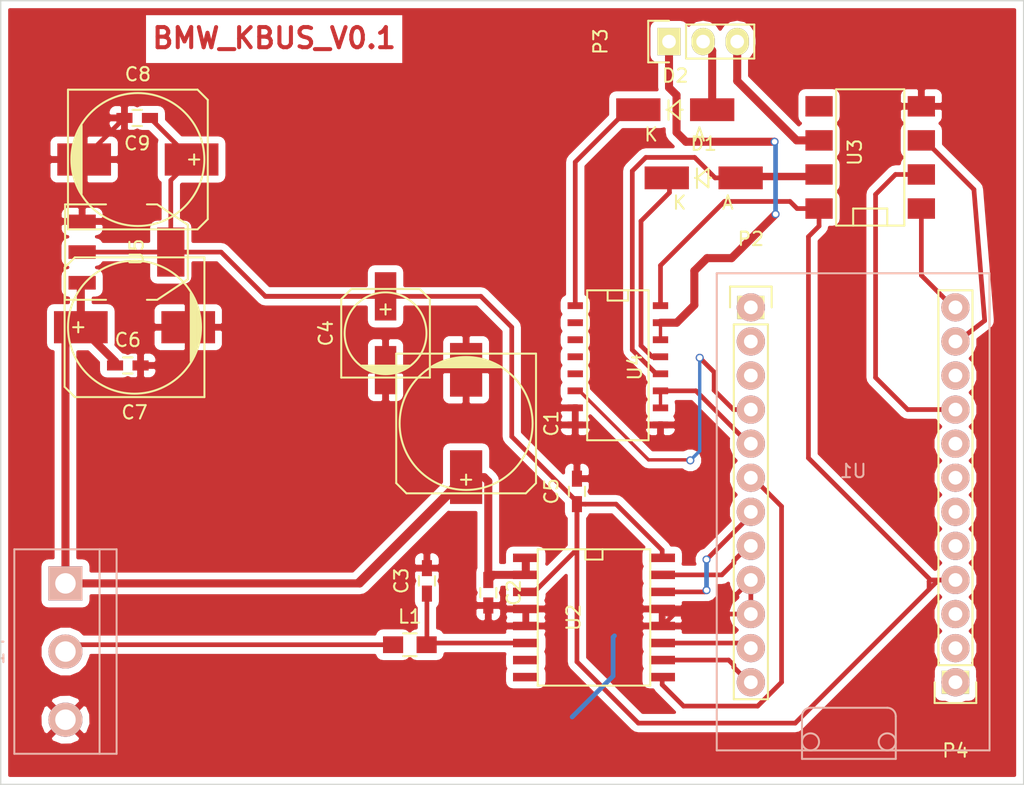
<source format=kicad_pcb>
(kicad_pcb (version 4) (host pcbnew 4.0.4-stable)

  (general
    (links 83)
    (no_connects 2)
    (area 119.329999 48.209999 195.630001 106.730001)
    (thickness 1.6)
    (drawings 5)
    (tracks 200)
    (zones 0)
    (modules 21)
    (nets 40)
  )

  (page A4)
  (layers
    (0 F.Cu signal)
    (31 B.Cu signal hide)
    (32 B.Adhes user hide)
    (33 F.Adhes user hide)
    (34 B.Paste user hide)
    (35 F.Paste user hide)
    (36 B.SilkS user hide)
    (37 F.SilkS user hide)
    (38 B.Mask user hide)
    (39 F.Mask user hide)
    (40 Dwgs.User user hide)
    (41 Cmts.User user hide)
    (42 Eco1.User user hide)
    (43 Eco2.User user hide)
    (44 Edge.Cuts user)
    (45 Margin user hide)
    (46 B.CrtYd user hide)
    (47 F.CrtYd user hide)
    (48 B.Fab user hide)
    (49 F.Fab user hide)
  )

  (setup
    (last_trace_width 0.35)
    (trace_clearance 0.2)
    (zone_clearance 0.508)
    (zone_45_only no)
    (trace_min 0.2)
    (segment_width 0.2)
    (edge_width 0.1)
    (via_size 0.6)
    (via_drill 0.4)
    (via_min_size 0.4)
    (via_min_drill 0.3)
    (uvia_size 0.3)
    (uvia_drill 0.1)
    (uvias_allowed no)
    (uvia_min_size 0.2)
    (uvia_min_drill 0.1)
    (pcb_text_width 0.3)
    (pcb_text_size 1.5 1.5)
    (mod_edge_width 0.15)
    (mod_text_size 1 1)
    (mod_text_width 0.15)
    (pad_size 1.5 1.5)
    (pad_drill 0.6)
    (pad_to_mask_clearance 0)
    (aux_axis_origin 0 0)
    (visible_elements FFFFFF7F)
    (pcbplotparams
      (layerselection 0x00030_80000001)
      (usegerberextensions false)
      (excludeedgelayer true)
      (linewidth 0.100000)
      (plotframeref false)
      (viasonmask false)
      (mode 1)
      (useauxorigin false)
      (hpglpennumber 1)
      (hpglpenspeed 20)
      (hpglpendiameter 15)
      (hpglpenoverlay 2)
      (psnegative false)
      (psa4output false)
      (plotreference true)
      (plotvalue true)
      (plotinvisibletext false)
      (padsonsilk false)
      (subtractmaskfromsilk false)
      (outputformat 1)
      (mirror false)
      (drillshape 1)
      (scaleselection 1)
      (outputdirectory ""))
  )

  (net 0 "")
  (net 1 Earth)
  (net 2 "Net-(C3-Pad1)")
  (net 3 +5V)
  (net 4 "Net-(D1-Pad1)")
  (net 5 /PB0)
  (net 6 "Net-(D2-Pad1)")
  (net 7 /RING)
  (net 8 /BUS)
  (net 9 "Net-(P2-Pad1)")
  (net 10 "Net-(P2-Pad2)")
  (net 11 "Net-(P2-Pad3)")
  (net 12 /MUX_EN)
  (net 13 /MUX)
  (net 14 /SEN)
  (net 15 /RESET)
  (net 16 /SENSE)
  (net 17 /TX)
  (net 18 /RX)
  (net 19 /SLEEVE_)
  (net 20 /TIP)
  (net 21 "Net-(P4-Pad1)")
  (net 22 "Net-(P4-Pad2)")
  (net 23 "Net-(P4-Pad3)")
  (net 24 "Net-(P4-Pad5)")
  (net 25 "Net-(P4-Pad6)")
  (net 26 "Net-(P4-Pad7)")
  (net 27 "Net-(P4-Pad8)")
  (net 28 /SCLK)
  (net 29 "Net-(P4-Pad10)")
  (net 30 /MOSI)
  (net 31 /CS)
  (net 32 +12V)
  (net 33 "Net-(U2-Pad7)")
  (net 34 "Net-(U2-Pad8)")
  (net 35 "Net-(U3-Pad5)")
  (net 36 "Net-(U4-Pad5)")
  (net 37 "Net-(U4-Pad4)")
  (net 38 "Net-(U4-Pad3)")
  (net 39 "Net-(U4-Pad2)")

  (net_class Default "This is the default net class."
    (clearance 0.2)
    (trace_width 0.35)
    (via_dia 0.6)
    (via_drill 0.4)
    (uvia_dia 0.3)
    (uvia_drill 0.1)
    (add_net +5V)
    (add_net /BUS)
    (add_net /CS)
    (add_net /MOSI)
    (add_net /MUX)
    (add_net /MUX_EN)
    (add_net /PB0)
    (add_net /RESET)
    (add_net /RX)
    (add_net /SCLK)
    (add_net /SEN)
    (add_net /SENSE)
    (add_net /TX)
    (add_net Earth)
    (add_net "Net-(C3-Pad1)")
    (add_net "Net-(D1-Pad1)")
    (add_net "Net-(D2-Pad1)")
    (add_net "Net-(P2-Pad1)")
    (add_net "Net-(P2-Pad2)")
    (add_net "Net-(P2-Pad3)")
    (add_net "Net-(P4-Pad1)")
    (add_net "Net-(P4-Pad10)")
    (add_net "Net-(P4-Pad2)")
    (add_net "Net-(P4-Pad3)")
    (add_net "Net-(P4-Pad5)")
    (add_net "Net-(P4-Pad6)")
    (add_net "Net-(P4-Pad7)")
    (add_net "Net-(P4-Pad8)")
    (add_net "Net-(U2-Pad7)")
    (add_net "Net-(U2-Pad8)")
    (add_net "Net-(U3-Pad5)")
    (add_net "Net-(U4-Pad2)")
    (add_net "Net-(U4-Pad3)")
    (add_net "Net-(U4-Pad4)")
    (add_net "Net-(U4-Pad5)")
  )

  (net_class 12v ""
    (clearance 0.2)
    (trace_width 0.6)
    (via_dia 0.6)
    (via_drill 0.4)
    (uvia_dia 0.3)
    (uvia_drill 0.1)
    (add_net +12V)
    (add_net /RING)
    (add_net /SLEEVE_)
    (add_net /TIP)
  )

  (module Capacitors_SMD:c_elec_6.3x5.8 (layer F.Cu) (tedit 55729627) (tstamp 5888F048)
    (at 148.05 73.05 90)
    (descr "SMT capacitor, aluminium electrolytic, 6.3x5.8")
    (path /5884F117)
    (attr smd)
    (fp_text reference C4 (at 0 -4.445 90) (layer F.SilkS)
      (effects (font (size 1 1) (thickness 0.15)))
    )
    (fp_text value 6u8 (at 0 4.445 90) (layer F.Fab)
      (effects (font (size 1 1) (thickness 0.15)))
    )
    (fp_line (start -4.85 -3.65) (end 4.85 -3.7) (layer F.CrtYd) (width 0.05))
    (fp_line (start 4.85 -3.7) (end 4.85 3.65) (layer F.CrtYd) (width 0.05))
    (fp_line (start 4.85 3.65) (end -4.85 3.65) (layer F.CrtYd) (width 0.05))
    (fp_line (start -4.85 3.65) (end -4.85 -3.65) (layer F.CrtYd) (width 0.05))
    (fp_line (start -2.921 -0.762) (end -2.921 0.762) (layer F.SilkS) (width 0.15))
    (fp_line (start -2.794 1.143) (end -2.794 -1.143) (layer F.SilkS) (width 0.15))
    (fp_line (start -2.667 -1.397) (end -2.667 1.397) (layer F.SilkS) (width 0.15))
    (fp_line (start -2.54 1.651) (end -2.54 -1.651) (layer F.SilkS) (width 0.15))
    (fp_line (start -2.413 -1.778) (end -2.413 1.778) (layer F.SilkS) (width 0.15))
    (fp_line (start -3.302 -3.302) (end -3.302 3.302) (layer F.SilkS) (width 0.15))
    (fp_line (start -3.302 3.302) (end 2.54 3.302) (layer F.SilkS) (width 0.15))
    (fp_line (start 2.54 3.302) (end 3.302 2.54) (layer F.SilkS) (width 0.15))
    (fp_line (start 3.302 2.54) (end 3.302 -2.54) (layer F.SilkS) (width 0.15))
    (fp_line (start 3.302 -2.54) (end 2.54 -3.302) (layer F.SilkS) (width 0.15))
    (fp_line (start 2.54 -3.302) (end -3.302 -3.302) (layer F.SilkS) (width 0.15))
    (fp_line (start 2.159 0) (end 1.397 0) (layer F.SilkS) (width 0.15))
    (fp_line (start 1.778 -0.381) (end 1.778 0.381) (layer F.SilkS) (width 0.15))
    (fp_circle (center 0 0) (end -3.048 0) (layer F.SilkS) (width 0.15))
    (pad 1 smd rect (at 2.75082 0 90) (size 3.59918 1.6002) (layers F.Cu F.Paste F.Mask)
      (net 3 +5V))
    (pad 2 smd rect (at -2.75082 0 90) (size 3.59918 1.6002) (layers F.Cu F.Paste F.Mask)
      (net 1 Earth))
    (model Capacitors_SMD.3dshapes/c_elec_6.3x5.8.wrl
      (at (xyz 0 0 0))
      (scale (xyz 1 1 1))
      (rotate (xyz 0 0 0))
    )
  )

  (module SMD_Packages:SO-16-L (layer F.Cu) (tedit 0) (tstamp 5888F0BE)
    (at 163.576 94.234 270)
    (path /5884EDFC)
    (attr smd)
    (fp_text reference U2 (at 0 1.524 270) (layer F.SilkS)
      (effects (font (size 1 1) (thickness 0.15)))
    )
    (fp_text value TH3122 (at 0.381 -1.905 270) (layer F.Fab)
      (effects (font (size 1 1) (thickness 0.15)))
    )
    (fp_line (start 5.08 4.191) (end -5.08 4.191) (layer F.SilkS) (width 0.15))
    (fp_line (start -5.08 4.191) (end -5.08 -4.191) (layer F.SilkS) (width 0.15))
    (fp_line (start -5.08 -4.191) (end 5.08 -4.191) (layer F.SilkS) (width 0.15))
    (fp_line (start 5.08 -4.191) (end 5.08 4.191) (layer F.SilkS) (width 0.15))
    (fp_line (start -5.08 -0.635) (end -4.318 -0.635) (layer F.SilkS) (width 0.15))
    (fp_line (start -4.318 -0.635) (end -4.318 0.635) (layer F.SilkS) (width 0.15))
    (fp_line (start -4.318 0.635) (end -5.08 0.635) (layer F.SilkS) (width 0.15))
    (pad 1 smd rect (at -4.445 5.08 270) (size 0.635 1.905) (layers F.Cu F.Paste F.Mask)
      (net 32 +12V))
    (pad 2 smd rect (at -3.175 5.08 270) (size 0.635 1.905) (layers F.Cu F.Paste F.Mask)
      (net 32 +12V))
    (pad 3 smd rect (at -1.905 5.08 270) (size 0.635 1.905) (layers F.Cu F.Paste F.Mask)
      (net 3 +5V))
    (pad 4 smd rect (at -0.635 5.08 270) (size 0.635 1.905) (layers F.Cu F.Paste F.Mask)
      (net 1 Earth))
    (pad 5 smd rect (at 0.635 5.08 270) (size 0.635 1.905) (layers F.Cu F.Paste F.Mask)
      (net 1 Earth))
    (pad 6 smd rect (at 1.905 5.08 270) (size 0.635 1.905) (layers F.Cu F.Paste F.Mask)
      (net 2 "Net-(C3-Pad1)"))
    (pad 7 smd rect (at 3.175 5.08 270) (size 0.635 1.905) (layers F.Cu F.Paste F.Mask)
      (net 33 "Net-(U2-Pad7)"))
    (pad 8 smd rect (at 4.445 5.08 270) (size 0.635 1.905) (layers F.Cu F.Paste F.Mask)
      (net 34 "Net-(U2-Pad8)"))
    (pad 9 smd rect (at 4.445 -5.08 270) (size 0.635 1.905) (layers F.Cu F.Paste F.Mask)
      (net 14 /SEN))
    (pad 10 smd rect (at 3.175 -5.08 270) (size 0.635 1.905) (layers F.Cu F.Paste F.Mask)
      (net 18 /RX))
    (pad 11 smd rect (at 1.905 -5.08 270) (size 0.635 1.905) (layers F.Cu F.Paste F.Mask)
      (net 17 /TX))
    (pad 12 smd rect (at 0.635 -5.08 270) (size 0.635 1.905) (layers F.Cu F.Paste F.Mask)
      (net 1 Earth))
    (pad 13 smd rect (at -0.635 -5.08 270) (size 0.635 1.905) (layers F.Cu F.Paste F.Mask)
      (net 1 Earth))
    (pad 14 smd rect (at -1.905 -5.08 270) (size 0.635 1.905) (layers F.Cu F.Paste F.Mask)
      (net 15 /RESET))
    (pad 15 smd rect (at -3.175 -5.08 270) (size 0.635 1.905) (layers F.Cu F.Paste F.Mask)
      (net 16 /SENSE))
    (pad 16 smd rect (at -4.445 -5.08 270) (size 0.635 1.905) (layers F.Cu F.Paste F.Mask)
      (net 3 +5V))
    (model SMD_Packages.3dshapes/SO-16-L.wrl
      (at (xyz 0 0 0))
      (scale (xyz 0.5 0.6 0.5))
      (rotate (xyz 0 0 0))
    )
  )

  (module Capacitors_SMD:c_elec_10x10 (layer F.Cu) (tedit 55729832) (tstamp 5888F036)
    (at 154.05 79.7745 270)
    (descr "SMT capacitor, aluminium electrolytic, 10x10")
    (path /5884F060)
    (attr smd)
    (fp_text reference C1 (at 0 -6.35 270) (layer F.SilkS)
      (effects (font (size 1 1) (thickness 0.15)))
    )
    (fp_text value 100u (at 0 6.35 270) (layer F.Fab)
      (effects (font (size 1 1) (thickness 0.15)))
    )
    (fp_line (start -6.35 -5.6) (end 6.35 -5.6) (layer F.CrtYd) (width 0.05))
    (fp_line (start 6.35 -5.6) (end 6.35 5.6) (layer F.CrtYd) (width 0.05))
    (fp_line (start 6.35 5.6) (end -6.35 5.6) (layer F.CrtYd) (width 0.05))
    (fp_line (start -6.35 5.6) (end -6.35 -5.6) (layer F.CrtYd) (width 0.05))
    (fp_line (start -4.826 1.016) (end -4.826 -1.016) (layer F.SilkS) (width 0.15))
    (fp_line (start -4.699 -1.397) (end -4.699 1.524) (layer F.SilkS) (width 0.15))
    (fp_line (start -4.572 1.778) (end -4.572 -1.778) (layer F.SilkS) (width 0.15))
    (fp_line (start -4.445 -2.159) (end -4.445 2.159) (layer F.SilkS) (width 0.15))
    (fp_line (start -4.318 2.413) (end -4.318 -2.413) (layer F.SilkS) (width 0.15))
    (fp_line (start -4.191 -2.54) (end -4.191 2.54) (layer F.SilkS) (width 0.15))
    (fp_line (start -5.207 -5.207) (end -5.207 5.207) (layer F.SilkS) (width 0.15))
    (fp_line (start -5.207 5.207) (end 4.445 5.207) (layer F.SilkS) (width 0.15))
    (fp_line (start 4.445 5.207) (end 5.207 4.445) (layer F.SilkS) (width 0.15))
    (fp_line (start 5.207 4.445) (end 5.207 -4.445) (layer F.SilkS) (width 0.15))
    (fp_line (start 5.207 -4.445) (end 4.445 -5.207) (layer F.SilkS) (width 0.15))
    (fp_line (start 4.445 -5.207) (end -5.207 -5.207) (layer F.SilkS) (width 0.15))
    (fp_line (start 4.572 0) (end 3.81 0) (layer F.SilkS) (width 0.15))
    (fp_line (start 4.191 -0.381) (end 4.191 0.381) (layer F.SilkS) (width 0.15))
    (fp_circle (center 0 0) (end 4.953 0) (layer F.SilkS) (width 0.15))
    (pad 1 smd rect (at 4.0005 0 270) (size 4.0005 2.4003) (layers F.Cu F.Paste F.Mask)
      (net 32 +12V))
    (pad 2 smd rect (at -4.0005 0 270) (size 4.0005 2.4003) (layers F.Cu F.Paste F.Mask)
      (net 1 Earth))
    (model Capacitors_SMD.3dshapes/c_elec_10x10.wrl
      (at (xyz 0 0 0))
      (scale (xyz 1 1 1))
      (rotate (xyz 0 0 0))
    )
  )

  (module Capacitors_SMD:C_0603_HandSoldering (layer F.Cu) (tedit 541A9B4D) (tstamp 5888F03C)
    (at 155.702 92.39 270)
    (descr "Capacitor SMD 0603, hand soldering")
    (tags "capacitor 0603")
    (path /5884EF6A)
    (attr smd)
    (fp_text reference C2 (at 0 -1.9 270) (layer F.SilkS)
      (effects (font (size 1 1) (thickness 0.15)))
    )
    (fp_text value 47n (at 0 1.9 270) (layer F.Fab)
      (effects (font (size 1 1) (thickness 0.15)))
    )
    (fp_line (start -1.85 -0.75) (end 1.85 -0.75) (layer F.CrtYd) (width 0.05))
    (fp_line (start -1.85 0.75) (end 1.85 0.75) (layer F.CrtYd) (width 0.05))
    (fp_line (start -1.85 -0.75) (end -1.85 0.75) (layer F.CrtYd) (width 0.05))
    (fp_line (start 1.85 -0.75) (end 1.85 0.75) (layer F.CrtYd) (width 0.05))
    (fp_line (start -0.35 -0.6) (end 0.35 -0.6) (layer F.SilkS) (width 0.15))
    (fp_line (start 0.35 0.6) (end -0.35 0.6) (layer F.SilkS) (width 0.15))
    (pad 1 smd rect (at -0.95 0 270) (size 1.2 0.75) (layers F.Cu F.Paste F.Mask)
      (net 32 +12V))
    (pad 2 smd rect (at 0.95 0 270) (size 1.2 0.75) (layers F.Cu F.Paste F.Mask)
      (net 1 Earth))
    (model Capacitors_SMD.3dshapes/C_0603_HandSoldering.wrl
      (at (xyz 0 0 0))
      (scale (xyz 1 1 1))
      (rotate (xyz 0 0 0))
    )
  )

  (module Capacitors_SMD:C_0603_HandSoldering (layer F.Cu) (tedit 541A9B4D) (tstamp 5888F042)
    (at 151.13 91.506 90)
    (descr "Capacitor SMD 0603, hand soldering")
    (tags "capacitor 0603")
    (path /5884F01B)
    (attr smd)
    (fp_text reference C3 (at 0 -1.9 90) (layer F.SilkS)
      (effects (font (size 1 1) (thickness 0.15)))
    )
    (fp_text value 82p (at 0 1.9 90) (layer F.Fab)
      (effects (font (size 1 1) (thickness 0.15)))
    )
    (fp_line (start -1.85 -0.75) (end 1.85 -0.75) (layer F.CrtYd) (width 0.05))
    (fp_line (start -1.85 0.75) (end 1.85 0.75) (layer F.CrtYd) (width 0.05))
    (fp_line (start -1.85 -0.75) (end -1.85 0.75) (layer F.CrtYd) (width 0.05))
    (fp_line (start 1.85 -0.75) (end 1.85 0.75) (layer F.CrtYd) (width 0.05))
    (fp_line (start -0.35 -0.6) (end 0.35 -0.6) (layer F.SilkS) (width 0.15))
    (fp_line (start 0.35 0.6) (end -0.35 0.6) (layer F.SilkS) (width 0.15))
    (pad 1 smd rect (at -0.95 0 90) (size 1.2 0.75) (layers F.Cu F.Paste F.Mask)
      (net 2 "Net-(C3-Pad1)"))
    (pad 2 smd rect (at 0.95 0 90) (size 1.2 0.75) (layers F.Cu F.Paste F.Mask)
      (net 1 Earth))
    (model Capacitors_SMD.3dshapes/C_0603_HandSoldering.wrl
      (at (xyz 0 0 0))
      (scale (xyz 1 1 1))
      (rotate (xyz 0 0 0))
    )
  )

  (module Capacitors_SMD:C_0603_HandSoldering (layer F.Cu) (tedit 541A9B4D) (tstamp 5888F04E)
    (at 162.306 84.836 90)
    (descr "Capacitor SMD 0603, hand soldering")
    (tags "capacitor 0603")
    (path /58889D71)
    (attr smd)
    (fp_text reference C5 (at 0 -1.9 90) (layer F.SilkS)
      (effects (font (size 1 1) (thickness 0.15)))
    )
    (fp_text value 100n (at 0 1.9 90) (layer F.Fab)
      (effects (font (size 1 1) (thickness 0.15)))
    )
    (fp_line (start -1.85 -0.75) (end 1.85 -0.75) (layer F.CrtYd) (width 0.05))
    (fp_line (start -1.85 0.75) (end 1.85 0.75) (layer F.CrtYd) (width 0.05))
    (fp_line (start -1.85 -0.75) (end -1.85 0.75) (layer F.CrtYd) (width 0.05))
    (fp_line (start 1.85 -0.75) (end 1.85 0.75) (layer F.CrtYd) (width 0.05))
    (fp_line (start -0.35 -0.6) (end 0.35 -0.6) (layer F.SilkS) (width 0.15))
    (fp_line (start 0.35 0.6) (end -0.35 0.6) (layer F.SilkS) (width 0.15))
    (pad 1 smd rect (at -0.95 0 90) (size 1.2 0.75) (layers F.Cu F.Paste F.Mask)
      (net 3 +5V))
    (pad 2 smd rect (at 0.95 0 90) (size 1.2 0.75) (layers F.Cu F.Paste F.Mask)
      (net 1 Earth))
    (model Capacitors_SMD.3dshapes/C_0603_HandSoldering.wrl
      (at (xyz 0 0 0))
      (scale (xyz 1 1 1))
      (rotate (xyz 0 0 0))
    )
  )

  (module Diodes_SMD:MiniMELF_Handsoldering (layer F.Cu) (tedit 5530FDE5) (tstamp 5888F054)
    (at 171.74718 61.468)
    (descr "Diode Mini-MELF Handsoldering")
    (tags "Diode Mini-MELF Handsoldering")
    (path /58882F70)
    (attr smd)
    (fp_text reference D1 (at 0 -2.54) (layer F.SilkS)
      (effects (font (size 1 1) (thickness 0.15)))
    )
    (fp_text value 1N4148 (at 0 3.81) (layer F.Fab)
      (effects (font (size 1 1) (thickness 0.15)))
    )
    (fp_line (start -4.55 -1) (end 4.55 -1) (layer F.CrtYd) (width 0.05))
    (fp_line (start 4.55 -1) (end 4.55 1) (layer F.CrtYd) (width 0.05))
    (fp_line (start 4.55 1) (end -4.55 1) (layer F.CrtYd) (width 0.05))
    (fp_line (start -4.55 1) (end -4.55 -1) (layer F.CrtYd) (width 0.05))
    (fp_line (start -0.49958 0) (end -0.64944 0) (layer F.SilkS) (width 0.15))
    (fp_line (start 0.34878 0) (end 0.54944 0) (layer F.SilkS) (width 0.15))
    (fp_line (start -0.49958 0) (end -0.49958 0.7493) (layer F.SilkS) (width 0.15))
    (fp_line (start -0.49958 0) (end -0.49958 -0.70104) (layer F.SilkS) (width 0.15))
    (fp_line (start -0.49958 0) (end 0.34878 -0.70104) (layer F.SilkS) (width 0.15))
    (fp_line (start 0.34878 -0.70104) (end 0.34878 0.70104) (layer F.SilkS) (width 0.15))
    (fp_line (start 0.34878 0.70104) (end -0.49958 0) (layer F.SilkS) (width 0.15))
    (fp_text user K (at -1.8 1.85) (layer F.SilkS)
      (effects (font (size 1 1) (thickness 0.15)))
    )
    (fp_text user A (at 1.8 1.85) (layer F.SilkS)
      (effects (font (size 1 1) (thickness 0.15)))
    )
    (pad 1 smd rect (at -2.75082 0) (size 3.29946 1.69926) (layers F.Cu F.Paste F.Mask)
      (net 4 "Net-(D1-Pad1)"))
    (pad 2 smd rect (at 2.75082 0) (size 3.29946 1.69926) (layers F.Cu F.Paste F.Mask)
      (net 5 /PB0))
    (model Diodes_SMD.3dshapes/MiniMELF_Handsoldering.wrl
      (at (xyz 0 0 0))
      (scale (xyz 0.3937 0.3937 0.3937))
      (rotate (xyz 0 0 180))
    )
  )

  (module Diodes_SMD:MiniMELF_Handsoldering (layer F.Cu) (tedit 5530FDE5) (tstamp 5888F05A)
    (at 169.62882 56.388)
    (descr "Diode Mini-MELF Handsoldering")
    (tags "Diode Mini-MELF Handsoldering")
    (path /5888E02F)
    (attr smd)
    (fp_text reference D2 (at 0 -2.54) (layer F.SilkS)
      (effects (font (size 1 1) (thickness 0.15)))
    )
    (fp_text value 1N4148 (at 0 3.81) (layer F.Fab)
      (effects (font (size 1 1) (thickness 0.15)))
    )
    (fp_line (start -4.55 -1) (end 4.55 -1) (layer F.CrtYd) (width 0.05))
    (fp_line (start 4.55 -1) (end 4.55 1) (layer F.CrtYd) (width 0.05))
    (fp_line (start 4.55 1) (end -4.55 1) (layer F.CrtYd) (width 0.05))
    (fp_line (start -4.55 1) (end -4.55 -1) (layer F.CrtYd) (width 0.05))
    (fp_line (start -0.49958 0) (end -0.64944 0) (layer F.SilkS) (width 0.15))
    (fp_line (start 0.34878 0) (end 0.54944 0) (layer F.SilkS) (width 0.15))
    (fp_line (start -0.49958 0) (end -0.49958 0.7493) (layer F.SilkS) (width 0.15))
    (fp_line (start -0.49958 0) (end -0.49958 -0.70104) (layer F.SilkS) (width 0.15))
    (fp_line (start -0.49958 0) (end 0.34878 -0.70104) (layer F.SilkS) (width 0.15))
    (fp_line (start 0.34878 -0.70104) (end 0.34878 0.70104) (layer F.SilkS) (width 0.15))
    (fp_line (start 0.34878 0.70104) (end -0.49958 0) (layer F.SilkS) (width 0.15))
    (fp_text user K (at -1.8 1.85) (layer F.SilkS)
      (effects (font (size 1 1) (thickness 0.15)))
    )
    (fp_text user A (at 1.8 1.85) (layer F.SilkS)
      (effects (font (size 1 1) (thickness 0.15)))
    )
    (pad 1 smd rect (at -2.75082 0) (size 3.29946 1.69926) (layers F.Cu F.Paste F.Mask)
      (net 6 "Net-(D2-Pad1)"))
    (pad 2 smd rect (at 2.75082 0) (size 3.29946 1.69926) (layers F.Cu F.Paste F.Mask)
      (net 7 /RING))
    (model Diodes_SMD.3dshapes/MiniMELF_Handsoldering.wrl
      (at (xyz 0 0 0))
      (scale (xyz 0.3937 0.3937 0.3937))
      (rotate (xyz 0 0 180))
    )
  )

  (module Capacitors_SMD:C_0805_HandSoldering (layer F.Cu) (tedit 541A9B8D) (tstamp 5888F060)
    (at 149.86 96.266)
    (descr "Capacitor SMD 0805, hand soldering")
    (tags "capacitor 0805")
    (path /5884F1C2)
    (attr smd)
    (fp_text reference L1 (at 0 -2.1) (layer F.SilkS)
      (effects (font (size 1 1) (thickness 0.15)))
    )
    (fp_text value 33uH (at 0 2.1) (layer F.Fab)
      (effects (font (size 1 1) (thickness 0.15)))
    )
    (fp_line (start -2.3 -1) (end 2.3 -1) (layer F.CrtYd) (width 0.05))
    (fp_line (start -2.3 1) (end 2.3 1) (layer F.CrtYd) (width 0.05))
    (fp_line (start -2.3 -1) (end -2.3 1) (layer F.CrtYd) (width 0.05))
    (fp_line (start 2.3 -1) (end 2.3 1) (layer F.CrtYd) (width 0.05))
    (fp_line (start 0.5 -0.85) (end -0.5 -0.85) (layer F.SilkS) (width 0.15))
    (fp_line (start -0.5 0.85) (end 0.5 0.85) (layer F.SilkS) (width 0.15))
    (pad 1 smd rect (at -1.25 0) (size 1.5 1.25) (layers F.Cu F.Paste F.Mask)
      (net 8 /BUS))
    (pad 2 smd rect (at 1.25 0) (size 1.5 1.25) (layers F.Cu F.Paste F.Mask)
      (net 2 "Net-(C3-Pad1)"))
    (model Capacitors_SMD.3dshapes/C_0805_HandSoldering.wrl
      (at (xyz 0 0 0))
      (scale (xyz 1 1 1))
      (rotate (xyz 0 0 0))
    )
  )

  (module Connect:bornier3 (layer B.Cu) (tedit 0) (tstamp 5888F067)
    (at 124.206 96.774 270)
    (descr "Bornier d'alimentation 3 pins")
    (tags DEV)
    (path /5884F2DF)
    (fp_text reference P1 (at 0 5.08 270) (layer B.SilkS)
      (effects (font (size 1 1) (thickness 0.15)) (justify mirror))
    )
    (fp_text value CONN_01X03 (at 0 -5.08 270) (layer B.Fab)
      (effects (font (size 1 1) (thickness 0.15)) (justify mirror))
    )
    (fp_line (start -7.62 -3.81) (end -7.62 3.81) (layer B.SilkS) (width 0.15))
    (fp_line (start 7.62 -3.81) (end 7.62 3.81) (layer B.SilkS) (width 0.15))
    (fp_line (start -7.62 -2.54) (end 7.62 -2.54) (layer B.SilkS) (width 0.15))
    (fp_line (start -7.62 3.81) (end 7.62 3.81) (layer B.SilkS) (width 0.15))
    (fp_line (start -7.62 -3.81) (end 7.62 -3.81) (layer B.SilkS) (width 0.15))
    (pad 1 thru_hole rect (at -5.08 0 270) (size 2.54 2.54) (drill 1.524) (layers *.Cu *.Mask B.SilkS)
      (net 32 +12V))
    (pad 2 thru_hole circle (at 0 0 270) (size 2.54 2.54) (drill 1.524) (layers *.Cu *.Mask B.SilkS)
      (net 8 /BUS))
    (pad 3 thru_hole circle (at 5.08 0 270) (size 2.54 2.54) (drill 1.524) (layers *.Cu *.Mask B.SilkS)
      (net 1 Earth))
    (model Connect.3dshapes/bornier3.wrl
      (at (xyz 0 0 0))
      (scale (xyz 1 1 1))
      (rotate (xyz 0 0 0))
    )
  )

  (module Pin_Headers:Pin_Header_Straight_1x12 (layer F.Cu) (tedit 0) (tstamp 5888F077)
    (at 175.26 71.12)
    (descr "Through hole pin header")
    (tags "pin header")
    (path /5887BCEB)
    (fp_text reference P2 (at 0 -5.1) (layer F.SilkS)
      (effects (font (size 1 1) (thickness 0.15)))
    )
    (fp_text value CONN_01X12 (at 0 -3.1) (layer F.Fab)
      (effects (font (size 1 1) (thickness 0.15)))
    )
    (fp_line (start -1.75 -1.75) (end -1.75 29.7) (layer F.CrtYd) (width 0.05))
    (fp_line (start 1.75 -1.75) (end 1.75 29.7) (layer F.CrtYd) (width 0.05))
    (fp_line (start -1.75 -1.75) (end 1.75 -1.75) (layer F.CrtYd) (width 0.05))
    (fp_line (start -1.75 29.7) (end 1.75 29.7) (layer F.CrtYd) (width 0.05))
    (fp_line (start 1.27 1.27) (end 1.27 29.21) (layer F.SilkS) (width 0.15))
    (fp_line (start 1.27 29.21) (end -1.27 29.21) (layer F.SilkS) (width 0.15))
    (fp_line (start -1.27 29.21) (end -1.27 1.27) (layer F.SilkS) (width 0.15))
    (fp_line (start 1.55 -1.55) (end 1.55 0) (layer F.SilkS) (width 0.15))
    (fp_line (start 1.27 1.27) (end -1.27 1.27) (layer F.SilkS) (width 0.15))
    (fp_line (start -1.55 0) (end -1.55 -1.55) (layer F.SilkS) (width 0.15))
    (fp_line (start -1.55 -1.55) (end 1.55 -1.55) (layer F.SilkS) (width 0.15))
    (pad 1 thru_hole rect (at 0 0) (size 2.032 1.7272) (drill 1.016) (layers *.Cu *.Mask F.SilkS)
      (net 9 "Net-(P2-Pad1)"))
    (pad 2 thru_hole oval (at 0 2.54) (size 2.032 1.7272) (drill 1.016) (layers *.Cu *.Mask F.SilkS)
      (net 10 "Net-(P2-Pad2)"))
    (pad 3 thru_hole oval (at 0 5.08) (size 2.032 1.7272) (drill 1.016) (layers *.Cu *.Mask F.SilkS)
      (net 11 "Net-(P2-Pad3)"))
    (pad 4 thru_hole oval (at 0 7.62) (size 2.032 1.7272) (drill 1.016) (layers *.Cu *.Mask F.SilkS)
      (net 12 /MUX_EN))
    (pad 5 thru_hole oval (at 0 10.16) (size 2.032 1.7272) (drill 1.016) (layers *.Cu *.Mask F.SilkS)
      (net 13 /MUX))
    (pad 6 thru_hole oval (at 0 12.7) (size 2.032 1.7272) (drill 1.016) (layers *.Cu *.Mask F.SilkS)
      (net 14 /SEN))
    (pad 7 thru_hole oval (at 0 15.24) (size 2.032 1.7272) (drill 1.016) (layers *.Cu *.Mask F.SilkS)
      (net 15 /RESET))
    (pad 8 thru_hole oval (at 0 17.78) (size 2.032 1.7272) (drill 1.016) (layers *.Cu *.Mask F.SilkS)
      (net 16 /SENSE))
    (pad 9 thru_hole oval (at 0 20.32) (size 2.032 1.7272) (drill 1.016) (layers *.Cu *.Mask F.SilkS)
      (net 1 Earth))
    (pad 10 thru_hole oval (at 0 22.86) (size 2.032 1.7272) (drill 1.016) (layers *.Cu *.Mask F.SilkS)
      (net 1 Earth))
    (pad 11 thru_hole oval (at 0 25.4) (size 2.032 1.7272) (drill 1.016) (layers *.Cu *.Mask F.SilkS)
      (net 17 /TX))
    (pad 12 thru_hole oval (at 0 27.94) (size 2.032 1.7272) (drill 1.016) (layers *.Cu *.Mask F.SilkS)
      (net 18 /RX))
    (model Pin_Headers.3dshapes/Pin_Header_Straight_1x12.wrl
      (at (xyz 0 -0.55 0))
      (scale (xyz 1 1 1))
      (rotate (xyz 0 0 90))
    )
  )

  (module Pin_Headers:Pin_Header_Straight_1x03 (layer F.Cu) (tedit 0) (tstamp 5888F07E)
    (at 169.164 51.308 90)
    (descr "Through hole pin header")
    (tags "pin header")
    (path /58887ACB)
    (fp_text reference P3 (at 0 -5.1 90) (layer F.SilkS)
      (effects (font (size 1 1) (thickness 0.15)))
    )
    (fp_text value CONN_01X03 (at 0 -3.1 90) (layer F.Fab)
      (effects (font (size 1 1) (thickness 0.15)))
    )
    (fp_line (start -1.75 -1.75) (end -1.75 6.85) (layer F.CrtYd) (width 0.05))
    (fp_line (start 1.75 -1.75) (end 1.75 6.85) (layer F.CrtYd) (width 0.05))
    (fp_line (start -1.75 -1.75) (end 1.75 -1.75) (layer F.CrtYd) (width 0.05))
    (fp_line (start -1.75 6.85) (end 1.75 6.85) (layer F.CrtYd) (width 0.05))
    (fp_line (start -1.27 1.27) (end -1.27 6.35) (layer F.SilkS) (width 0.15))
    (fp_line (start -1.27 6.35) (end 1.27 6.35) (layer F.SilkS) (width 0.15))
    (fp_line (start 1.27 6.35) (end 1.27 1.27) (layer F.SilkS) (width 0.15))
    (fp_line (start 1.55 -1.55) (end 1.55 0) (layer F.SilkS) (width 0.15))
    (fp_line (start 1.27 1.27) (end -1.27 1.27) (layer F.SilkS) (width 0.15))
    (fp_line (start -1.55 0) (end -1.55 -1.55) (layer F.SilkS) (width 0.15))
    (fp_line (start -1.55 -1.55) (end 1.55 -1.55) (layer F.SilkS) (width 0.15))
    (pad 1 thru_hole rect (at 0 0 90) (size 2.032 1.7272) (drill 1.016) (layers *.Cu *.Mask F.SilkS)
      (net 19 /SLEEVE_))
    (pad 2 thru_hole oval (at 0 2.54 90) (size 2.032 1.7272) (drill 1.016) (layers *.Cu *.Mask F.SilkS)
      (net 7 /RING))
    (pad 3 thru_hole oval (at 0 5.08 90) (size 2.032 1.7272) (drill 1.016) (layers *.Cu *.Mask F.SilkS)
      (net 20 /TIP))
    (model Pin_Headers.3dshapes/Pin_Header_Straight_1x03.wrl
      (at (xyz 0 -0.1 0))
      (scale (xyz 1 1 1))
      (rotate (xyz 0 0 90))
    )
  )

  (module Pin_Headers:Pin_Header_Straight_1x12 (layer F.Cu) (tedit 0) (tstamp 5888F08E)
    (at 190.5 99.06 180)
    (descr "Through hole pin header")
    (tags "pin header")
    (path /5887BD5A)
    (fp_text reference P4 (at 0 -5.1 180) (layer F.SilkS)
      (effects (font (size 1 1) (thickness 0.15)))
    )
    (fp_text value CONN_01X12 (at 0 -3.1 180) (layer F.Fab)
      (effects (font (size 1 1) (thickness 0.15)))
    )
    (fp_line (start -1.75 -1.75) (end -1.75 29.7) (layer F.CrtYd) (width 0.05))
    (fp_line (start 1.75 -1.75) (end 1.75 29.7) (layer F.CrtYd) (width 0.05))
    (fp_line (start -1.75 -1.75) (end 1.75 -1.75) (layer F.CrtYd) (width 0.05))
    (fp_line (start -1.75 29.7) (end 1.75 29.7) (layer F.CrtYd) (width 0.05))
    (fp_line (start 1.27 1.27) (end 1.27 29.21) (layer F.SilkS) (width 0.15))
    (fp_line (start 1.27 29.21) (end -1.27 29.21) (layer F.SilkS) (width 0.15))
    (fp_line (start -1.27 29.21) (end -1.27 1.27) (layer F.SilkS) (width 0.15))
    (fp_line (start 1.55 -1.55) (end 1.55 0) (layer F.SilkS) (width 0.15))
    (fp_line (start 1.27 1.27) (end -1.27 1.27) (layer F.SilkS) (width 0.15))
    (fp_line (start -1.55 0) (end -1.55 -1.55) (layer F.SilkS) (width 0.15))
    (fp_line (start -1.55 -1.55) (end 1.55 -1.55) (layer F.SilkS) (width 0.15))
    (pad 1 thru_hole rect (at 0 0 180) (size 2.032 1.7272) (drill 1.016) (layers *.Cu *.Mask F.SilkS)
      (net 21 "Net-(P4-Pad1)"))
    (pad 2 thru_hole oval (at 0 2.54 180) (size 2.032 1.7272) (drill 1.016) (layers *.Cu *.Mask F.SilkS)
      (net 22 "Net-(P4-Pad2)"))
    (pad 3 thru_hole oval (at 0 5.08 180) (size 2.032 1.7272) (drill 1.016) (layers *.Cu *.Mask F.SilkS)
      (net 23 "Net-(P4-Pad3)"))
    (pad 4 thru_hole oval (at 0 7.62 180) (size 2.032 1.7272) (drill 1.016) (layers *.Cu *.Mask F.SilkS)
      (net 3 +5V))
    (pad 5 thru_hole oval (at 0 10.16 180) (size 2.032 1.7272) (drill 1.016) (layers *.Cu *.Mask F.SilkS)
      (net 24 "Net-(P4-Pad5)"))
    (pad 6 thru_hole oval (at 0 12.7 180) (size 2.032 1.7272) (drill 1.016) (layers *.Cu *.Mask F.SilkS)
      (net 25 "Net-(P4-Pad6)"))
    (pad 7 thru_hole oval (at 0 15.24 180) (size 2.032 1.7272) (drill 1.016) (layers *.Cu *.Mask F.SilkS)
      (net 26 "Net-(P4-Pad7)"))
    (pad 8 thru_hole oval (at 0 17.78 180) (size 2.032 1.7272) (drill 1.016) (layers *.Cu *.Mask F.SilkS)
      (net 27 "Net-(P4-Pad8)"))
    (pad 9 thru_hole oval (at 0 20.32 180) (size 2.032 1.7272) (drill 1.016) (layers *.Cu *.Mask F.SilkS)
      (net 28 /SCLK))
    (pad 10 thru_hole oval (at 0 22.86 180) (size 2.032 1.7272) (drill 1.016) (layers *.Cu *.Mask F.SilkS)
      (net 29 "Net-(P4-Pad10)"))
    (pad 11 thru_hole oval (at 0 25.4 180) (size 2.032 1.7272) (drill 1.016) (layers *.Cu *.Mask F.SilkS)
      (net 30 /MOSI))
    (pad 12 thru_hole oval (at 0 27.94 180) (size 2.032 1.7272) (drill 1.016) (layers *.Cu *.Mask F.SilkS)
      (net 31 /CS))
    (model Pin_Headers.3dshapes/Pin_Header_Straight_1x12.wrl
      (at (xyz 0 -0.55 0))
      (scale (xyz 1 1 1))
      (rotate (xyz 0 0 90))
    )
  )

  (module warsztaty:Arduino_pro_micro (layer B.Cu) (tedit 5887B666) (tstamp 5888F0AA)
    (at 182.88 83.82)
    (path /588795A3)
    (fp_text reference U1 (at 0 -0.5) (layer B.SilkS)
      (effects (font (size 1 1) (thickness 0.15)) (justify mirror))
    )
    (fp_text value ProMicro (at -2.54 -5.08 270) (layer B.Fab)
      (effects (font (size 1 1) (thickness 0.15)) (justify mirror))
    )
    (fp_line (start 3.175 17.78) (end 3.175 20.955) (layer B.SilkS) (width 0.15))
    (fp_line (start -3.175 17.145) (end 2.54 17.145) (layer B.SilkS) (width 0.15))
    (fp_line (start -3.81 20.32) (end -3.81 17.78) (layer B.SilkS) (width 0.15))
    (fp_arc (start -3.175 17.78) (end -3.175 17.145) (angle -90) (layer B.SilkS) (width 0.15))
    (fp_arc (start 2.54 17.78) (end 3.175 17.78) (angle -90) (layer B.SilkS) (width 0.15))
    (fp_circle (center 2.54 19.685) (end 2.54 19.05) (layer B.SilkS) (width 0.15))
    (fp_circle (center -3.175 19.685) (end -3.175 19.05) (layer B.SilkS) (width 0.15))
    (fp_line (start -3.81 20.955) (end -3.81 20.32) (layer B.SilkS) (width 0.15))
    (fp_line (start 3.175 20.955) (end -3.81 20.955) (layer B.SilkS) (width 0.15))
    (fp_line (start 10.16 -15.24) (end 10.16 20.32) (layer B.SilkS) (width 0.15))
    (fp_line (start -10.16 -15.24) (end 10.16 -15.24) (layer B.SilkS) (width 0.15))
    (fp_line (start -10.16 20.32) (end -10.16 -15.24) (layer B.SilkS) (width 0.15))
    (fp_line (start 10.16 20.32) (end -10.16 20.32) (layer B.SilkS) (width 0.15))
    (pad 1 thru_hole circle (at -7.62 15.24) (size 2.1 2.1) (drill 1) (layers *.Cu *.Mask B.SilkS)
      (net 18 /RX))
    (pad 2 thru_hole circle (at -7.62 12.7) (size 2.1 2.1) (drill 1) (layers *.Cu *.Mask B.SilkS)
      (net 17 /TX))
    (pad 3 thru_hole circle (at -7.62 10.16) (size 2.1 2.1) (drill 1) (layers *.Cu *.Mask B.SilkS)
      (net 1 Earth))
    (pad 4 thru_hole circle (at -7.62 7.62) (size 2.1 2.1) (drill 1) (layers *.Cu *.Mask B.SilkS)
      (net 1 Earth))
    (pad 5 thru_hole circle (at -7.62 5.08) (size 2.1 2.1) (drill 1) (layers *.Cu *.Mask B.SilkS)
      (net 16 /SENSE))
    (pad 6 thru_hole circle (at -7.62 2.54) (size 2.1 2.1) (drill 1) (layers *.Cu *.Mask B.SilkS)
      (net 15 /RESET))
    (pad 7 thru_hole circle (at -7.62 0) (size 2.1 2.1) (drill 1) (layers *.Cu *.Mask B.SilkS)
      (net 14 /SEN))
    (pad 8 thru_hole circle (at -7.62 -2.54) (size 2.1 2.1) (drill 1) (layers *.Cu *.Mask B.SilkS)
      (net 13 /MUX))
    (pad 9 thru_hole circle (at -7.62 -5.08) (size 2.1 2.1) (drill 1) (layers *.Cu *.Mask B.SilkS)
      (net 12 /MUX_EN))
    (pad 10 thru_hole circle (at -7.62 -7.62) (size 2.1 2.1) (drill 1) (layers *.Cu *.Mask B.SilkS)
      (net 11 "Net-(P2-Pad3)"))
    (pad 11 thru_hole circle (at -7.62 -10.16) (size 2.1 2.1) (drill 1) (layers *.Cu *.Mask B.SilkS)
      (net 10 "Net-(P2-Pad2)"))
    (pad 12 thru_hole circle (at -7.62 -12.7) (size 2.1 2.1) (drill 1) (layers *.Cu *.Mask B.SilkS)
      (net 9 "Net-(P2-Pad1)"))
    (pad 13 thru_hole circle (at 7.62 -12.7) (size 2.1 2.1) (drill 1) (layers *.Cu *.Mask B.SilkS)
      (net 31 /CS))
    (pad 14 thru_hole circle (at 7.62 -10.16) (size 2.1 2.1) (drill 1) (layers *.Cu *.Mask B.SilkS)
      (net 30 /MOSI))
    (pad 15 thru_hole circle (at 7.62 -7.62) (size 2.1 2.1) (drill 1) (layers *.Cu *.Mask B.SilkS)
      (net 29 "Net-(P4-Pad10)"))
    (pad 16 thru_hole circle (at 7.62 -5.08) (size 2.1 2.1) (drill 1) (layers *.Cu *.Mask B.SilkS)
      (net 28 /SCLK))
    (pad 17 thru_hole circle (at 7.62 -2.54) (size 2.1 2.1) (drill 1) (layers *.Cu *.Mask B.SilkS)
      (net 27 "Net-(P4-Pad8)"))
    (pad 18 thru_hole circle (at 7.62 0) (size 2.1 2.1) (drill 1) (layers *.Cu *.Mask B.SilkS)
      (net 26 "Net-(P4-Pad7)"))
    (pad 19 thru_hole circle (at 7.62 2.54) (size 2.1 2.1) (drill 1) (layers *.Cu *.Mask B.SilkS)
      (net 25 "Net-(P4-Pad6)"))
    (pad 20 thru_hole circle (at 7.62 5.08) (size 2.1 2.1) (drill 1) (layers *.Cu *.Mask B.SilkS)
      (net 24 "Net-(P4-Pad5)"))
    (pad 21 thru_hole circle (at 7.62 7.62) (size 2.1 2.1) (drill 1) (layers *.Cu *.Mask B.SilkS)
      (net 3 +5V))
    (pad 22 thru_hole circle (at 7.62 10.16) (size 2.1 2.1) (drill 1) (layers *.Cu *.Mask B.SilkS)
      (net 23 "Net-(P4-Pad3)"))
    (pad 23 thru_hole circle (at 7.62 12.7) (size 2.1 2.1) (drill 1) (layers *.Cu *.Mask B.SilkS)
      (net 22 "Net-(P4-Pad2)"))
    (pad 24 thru_hole circle (at 7.62 15.24) (size 2.1 2.1) (drill 1) (layers *.Cu *.Mask B.SilkS)
      (net 21 "Net-(P4-Pad1)"))
  )

  (module SMD_Packages:DIP-8_SMD (layer F.Cu) (tedit 0) (tstamp 5888F0CA)
    (at 184.15 59.944 90)
    (descr "DIP-8_300 smd shape")
    (tags "smd cms 8dip")
    (path /588798F2)
    (attr smd)
    (fp_text reference U3 (at 0.381 -1.143 90) (layer F.SilkS)
      (effects (font (size 1 1) (thickness 0.15)))
    )
    (fp_text value MCP41100 (at 0 0.762 90) (layer F.Fab)
      (effects (font (size 1 1) (thickness 0.15)))
    )
    (fp_line (start -5.08 -2.54) (end -5.08 2.54) (layer F.SilkS) (width 0.15))
    (fp_line (start -5.08 2.54) (end 5.08 2.54) (layer F.SilkS) (width 0.15))
    (fp_line (start 5.08 2.54) (end 5.08 -2.54) (layer F.SilkS) (width 0.15))
    (fp_line (start 5.08 -2.54) (end -5.08 -2.54) (layer F.SilkS) (width 0.15))
    (fp_line (start -5.08 -1.27) (end -3.81 -1.27) (layer F.SilkS) (width 0.15))
    (fp_line (start -3.81 -1.27) (end -3.81 1.27) (layer F.SilkS) (width 0.15))
    (fp_line (start -3.81 1.27) (end -5.08 1.27) (layer F.SilkS) (width 0.15))
    (pad 1 smd rect (at -3.81 3.81 90) (size 1.524 2.032) (layers F.Cu F.Paste F.Mask)
      (net 31 /CS))
    (pad 2 smd rect (at -1.27 3.81 90) (size 1.524 2.032) (layers F.Cu F.Paste F.Mask)
      (net 28 /SCLK))
    (pad 3 smd rect (at 1.27 3.81 90) (size 1.524 2.032) (layers F.Cu F.Paste F.Mask)
      (net 30 /MOSI))
    (pad 4 smd rect (at 3.81 3.81 90) (size 1.524 2.032) (layers F.Cu F.Paste F.Mask)
      (net 1 Earth))
    (pad 5 smd rect (at 3.81 -3.81 90) (size 1.524 2.032) (layers F.Cu F.Paste F.Mask)
      (net 35 "Net-(U3-Pad5)"))
    (pad 6 smd rect (at 1.27 -3.81 90) (size 1.524 2.032) (layers F.Cu F.Paste F.Mask)
      (net 20 /TIP))
    (pad 7 smd rect (at -1.27 -3.81 90) (size 1.524 2.032) (layers F.Cu F.Paste F.Mask)
      (net 5 /PB0))
    (pad 8 smd rect (at -3.81 -3.81 90) (size 1.524 2.032) (layers F.Cu F.Paste F.Mask)
      (net 3 +5V))
    (model SMD_Packages.3dshapes/DIP-8_SMD.wrl
      (at (xyz 0 0 0))
      (scale (xyz 1 0.5 0.8))
      (rotate (xyz 0 0 0))
    )
  )

  (module SMD_Packages:SO-16-N (layer F.Cu) (tedit 0) (tstamp 5888F0DE)
    (at 165.354 75.438 270)
    (descr "Module CMS SOJ 16 pins large")
    (tags "CMS SOJ")
    (path /5888234A)
    (attr smd)
    (fp_text reference U4 (at 0.127 -1.27 270) (layer F.SilkS)
      (effects (font (size 1 1) (thickness 0.15)))
    )
    (fp_text value 4053 (at 0 1.27 270) (layer F.Fab)
      (effects (font (size 1 1) (thickness 0.15)))
    )
    (fp_line (start -5.588 -0.762) (end -4.826 -0.762) (layer F.SilkS) (width 0.15))
    (fp_line (start -4.826 -0.762) (end -4.826 0.762) (layer F.SilkS) (width 0.15))
    (fp_line (start -4.826 0.762) (end -5.588 0.762) (layer F.SilkS) (width 0.15))
    (fp_line (start 5.588 -2.286) (end 5.588 2.286) (layer F.SilkS) (width 0.15))
    (fp_line (start 5.588 2.286) (end -5.588 2.286) (layer F.SilkS) (width 0.15))
    (fp_line (start -5.588 2.286) (end -5.588 -2.286) (layer F.SilkS) (width 0.15))
    (fp_line (start -5.588 -2.286) (end 5.588 -2.286) (layer F.SilkS) (width 0.15))
    (pad 16 smd rect (at -4.445 -3.175 270) (size 0.508 1.143) (layers F.Cu F.Paste F.Mask)
      (net 3 +5V))
    (pad 14 smd rect (at -1.905 -3.175 270) (size 0.508 1.143) (layers F.Cu F.Paste F.Mask)
      (net 19 /SLEEVE_))
    (pad 13 smd rect (at -0.635 -3.175 270) (size 0.508 1.143) (layers F.Cu F.Paste F.Mask)
      (net 4 "Net-(D1-Pad1)"))
    (pad 12 smd rect (at 0.635 -3.175 270) (size 0.508 1.143) (layers F.Cu F.Paste F.Mask)
      (net 5 /PB0))
    (pad 11 smd rect (at 1.905 -3.175 270) (size 0.508 1.143) (layers F.Cu F.Paste F.Mask)
      (net 13 /MUX))
    (pad 10 smd rect (at 3.175 -3.175 270) (size 0.508 1.143) (layers F.Cu F.Paste F.Mask)
      (net 13 /MUX))
    (pad 9 smd rect (at 4.445 -3.175 270) (size 0.508 1.143) (layers F.Cu F.Paste F.Mask)
      (net 1 Earth))
    (pad 8 smd rect (at 4.445 3.175 270) (size 0.508 1.143) (layers F.Cu F.Paste F.Mask)
      (net 1 Earth))
    (pad 7 smd rect (at 3.175 3.175 270) (size 0.508 1.143) (layers F.Cu F.Paste F.Mask)
      (net 1 Earth))
    (pad 6 smd rect (at 1.905 3.175 270) (size 0.508 1.143) (layers F.Cu F.Paste F.Mask)
      (net 12 /MUX_EN))
    (pad 5 smd rect (at 0.635 3.175 270) (size 0.508 1.143) (layers F.Cu F.Paste F.Mask)
      (net 36 "Net-(U4-Pad5)"))
    (pad 4 smd rect (at -0.635 3.175 270) (size 0.508 1.143) (layers F.Cu F.Paste F.Mask)
      (net 37 "Net-(U4-Pad4)"))
    (pad 3 smd rect (at -1.905 3.175 270) (size 0.508 1.143) (layers F.Cu F.Paste F.Mask)
      (net 38 "Net-(U4-Pad3)"))
    (pad 2 smd rect (at -3.175 3.175 270) (size 0.508 1.143) (layers F.Cu F.Paste F.Mask)
      (net 39 "Net-(U4-Pad2)"))
    (pad 1 smd rect (at -4.445 3.175 270) (size 0.508 1.143) (layers F.Cu F.Paste F.Mask)
      (net 6 "Net-(D2-Pad1)"))
    (pad 15 smd rect (at -3.175 -3.175 270) (size 0.508 1.143) (layers F.Cu F.Paste F.Mask)
      (net 19 /SLEEVE_))
    (model SMD_Packages.3dshapes/SO-16-N.wrl
      (at (xyz 0 0 0))
      (scale (xyz 0.5 0.4 0.5))
      (rotate (xyz 0 0 0))
    )
  )

  (module Capacitors_SMD:C_0603_HandSoldering (layer F.Cu) (tedit 541A9B4D) (tstamp 58F7A774)
    (at 128.85 75.45)
    (descr "Capacitor SMD 0603, hand soldering")
    (tags "capacitor 0603")
    (path /58EA42B2)
    (attr smd)
    (fp_text reference C6 (at 0 -1.9) (layer F.SilkS)
      (effects (font (size 1 1) (thickness 0.15)))
    )
    (fp_text value 100n (at 0 1.9) (layer F.Fab)
      (effects (font (size 1 1) (thickness 0.15)))
    )
    (fp_line (start -1.85 -0.75) (end 1.85 -0.75) (layer F.CrtYd) (width 0.05))
    (fp_line (start -1.85 0.75) (end 1.85 0.75) (layer F.CrtYd) (width 0.05))
    (fp_line (start -1.85 -0.75) (end -1.85 0.75) (layer F.CrtYd) (width 0.05))
    (fp_line (start 1.85 -0.75) (end 1.85 0.75) (layer F.CrtYd) (width 0.05))
    (fp_line (start -0.35 -0.6) (end 0.35 -0.6) (layer F.SilkS) (width 0.15))
    (fp_line (start 0.35 0.6) (end -0.35 0.6) (layer F.SilkS) (width 0.15))
    (pad 1 smd rect (at -0.95 0) (size 1.2 0.75) (layers F.Cu F.Paste F.Mask)
      (net 32 +12V))
    (pad 2 smd rect (at 0.95 0) (size 1.2 0.75) (layers F.Cu F.Paste F.Mask)
      (net 1 Earth))
    (model Capacitors_SMD.3dshapes/C_0603_HandSoldering.wrl
      (at (xyz 0 0 0))
      (scale (xyz 1 1 1))
      (rotate (xyz 0 0 0))
    )
  )

  (module Capacitors_SMD:c_elec_10x10 (layer F.Cu) (tedit 55729832) (tstamp 58F7A77A)
    (at 129.35 72.6 180)
    (descr "SMT capacitor, aluminium electrolytic, 10x10")
    (path /58EA3EE2)
    (attr smd)
    (fp_text reference C7 (at 0 -6.35 180) (layer F.SilkS)
      (effects (font (size 1 1) (thickness 0.15)))
    )
    (fp_text value 100u (at 0 6.35 180) (layer F.Fab)
      (effects (font (size 1 1) (thickness 0.15)))
    )
    (fp_line (start -6.35 -5.6) (end 6.35 -5.6) (layer F.CrtYd) (width 0.05))
    (fp_line (start 6.35 -5.6) (end 6.35 5.6) (layer F.CrtYd) (width 0.05))
    (fp_line (start 6.35 5.6) (end -6.35 5.6) (layer F.CrtYd) (width 0.05))
    (fp_line (start -6.35 5.6) (end -6.35 -5.6) (layer F.CrtYd) (width 0.05))
    (fp_line (start -4.826 1.016) (end -4.826 -1.016) (layer F.SilkS) (width 0.15))
    (fp_line (start -4.699 -1.397) (end -4.699 1.524) (layer F.SilkS) (width 0.15))
    (fp_line (start -4.572 1.778) (end -4.572 -1.778) (layer F.SilkS) (width 0.15))
    (fp_line (start -4.445 -2.159) (end -4.445 2.159) (layer F.SilkS) (width 0.15))
    (fp_line (start -4.318 2.413) (end -4.318 -2.413) (layer F.SilkS) (width 0.15))
    (fp_line (start -4.191 -2.54) (end -4.191 2.54) (layer F.SilkS) (width 0.15))
    (fp_line (start -5.207 -5.207) (end -5.207 5.207) (layer F.SilkS) (width 0.15))
    (fp_line (start -5.207 5.207) (end 4.445 5.207) (layer F.SilkS) (width 0.15))
    (fp_line (start 4.445 5.207) (end 5.207 4.445) (layer F.SilkS) (width 0.15))
    (fp_line (start 5.207 4.445) (end 5.207 -4.445) (layer F.SilkS) (width 0.15))
    (fp_line (start 5.207 -4.445) (end 4.445 -5.207) (layer F.SilkS) (width 0.15))
    (fp_line (start 4.445 -5.207) (end -5.207 -5.207) (layer F.SilkS) (width 0.15))
    (fp_line (start 4.572 0) (end 3.81 0) (layer F.SilkS) (width 0.15))
    (fp_line (start 4.191 -0.381) (end 4.191 0.381) (layer F.SilkS) (width 0.15))
    (fp_circle (center 0 0) (end 4.953 0) (layer F.SilkS) (width 0.15))
    (pad 1 smd rect (at 4.0005 0 180) (size 4.0005 2.4003) (layers F.Cu F.Paste F.Mask)
      (net 32 +12V))
    (pad 2 smd rect (at -4.0005 0 180) (size 4.0005 2.4003) (layers F.Cu F.Paste F.Mask)
      (net 1 Earth))
    (model Capacitors_SMD.3dshapes/c_elec_10x10.wrl
      (at (xyz 0 0 0))
      (scale (xyz 1 1 1))
      (rotate (xyz 0 0 0))
    )
  )

  (module Capacitors_SMD:c_elec_10x10 (layer F.Cu) (tedit 55729832) (tstamp 58F7A780)
    (at 129.6 60.1)
    (descr "SMT capacitor, aluminium electrolytic, 10x10")
    (path /58EA40D8)
    (attr smd)
    (fp_text reference C8 (at 0 -6.35) (layer F.SilkS)
      (effects (font (size 1 1) (thickness 0.15)))
    )
    (fp_text value 100u (at 0 6.35) (layer F.Fab)
      (effects (font (size 1 1) (thickness 0.15)))
    )
    (fp_line (start -6.35 -5.6) (end 6.35 -5.6) (layer F.CrtYd) (width 0.05))
    (fp_line (start 6.35 -5.6) (end 6.35 5.6) (layer F.CrtYd) (width 0.05))
    (fp_line (start 6.35 5.6) (end -6.35 5.6) (layer F.CrtYd) (width 0.05))
    (fp_line (start -6.35 5.6) (end -6.35 -5.6) (layer F.CrtYd) (width 0.05))
    (fp_line (start -4.826 1.016) (end -4.826 -1.016) (layer F.SilkS) (width 0.15))
    (fp_line (start -4.699 -1.397) (end -4.699 1.524) (layer F.SilkS) (width 0.15))
    (fp_line (start -4.572 1.778) (end -4.572 -1.778) (layer F.SilkS) (width 0.15))
    (fp_line (start -4.445 -2.159) (end -4.445 2.159) (layer F.SilkS) (width 0.15))
    (fp_line (start -4.318 2.413) (end -4.318 -2.413) (layer F.SilkS) (width 0.15))
    (fp_line (start -4.191 -2.54) (end -4.191 2.54) (layer F.SilkS) (width 0.15))
    (fp_line (start -5.207 -5.207) (end -5.207 5.207) (layer F.SilkS) (width 0.15))
    (fp_line (start -5.207 5.207) (end 4.445 5.207) (layer F.SilkS) (width 0.15))
    (fp_line (start 4.445 5.207) (end 5.207 4.445) (layer F.SilkS) (width 0.15))
    (fp_line (start 5.207 4.445) (end 5.207 -4.445) (layer F.SilkS) (width 0.15))
    (fp_line (start 5.207 -4.445) (end 4.445 -5.207) (layer F.SilkS) (width 0.15))
    (fp_line (start 4.445 -5.207) (end -5.207 -5.207) (layer F.SilkS) (width 0.15))
    (fp_line (start 4.572 0) (end 3.81 0) (layer F.SilkS) (width 0.15))
    (fp_line (start 4.191 -0.381) (end 4.191 0.381) (layer F.SilkS) (width 0.15))
    (fp_circle (center 0 0) (end 4.953 0) (layer F.SilkS) (width 0.15))
    (pad 1 smd rect (at 4.0005 0) (size 4.0005 2.4003) (layers F.Cu F.Paste F.Mask)
      (net 3 +5V))
    (pad 2 smd rect (at -4.0005 0) (size 4.0005 2.4003) (layers F.Cu F.Paste F.Mask)
      (net 1 Earth))
    (model Capacitors_SMD.3dshapes/c_elec_10x10.wrl
      (at (xyz 0 0 0))
      (scale (xyz 1 1 1))
      (rotate (xyz 0 0 0))
    )
  )

  (module Capacitors_SMD:C_0603_HandSoldering (layer F.Cu) (tedit 541A9B4D) (tstamp 58F7A786)
    (at 129.55 57 180)
    (descr "Capacitor SMD 0603, hand soldering")
    (tags "capacitor 0603")
    (path /58EA441C)
    (attr smd)
    (fp_text reference C9 (at 0 -1.9 180) (layer F.SilkS)
      (effects (font (size 1 1) (thickness 0.15)))
    )
    (fp_text value 100n (at 0 1.9 180) (layer F.Fab)
      (effects (font (size 1 1) (thickness 0.15)))
    )
    (fp_line (start -1.85 -0.75) (end 1.85 -0.75) (layer F.CrtYd) (width 0.05))
    (fp_line (start -1.85 0.75) (end 1.85 0.75) (layer F.CrtYd) (width 0.05))
    (fp_line (start -1.85 -0.75) (end -1.85 0.75) (layer F.CrtYd) (width 0.05))
    (fp_line (start 1.85 -0.75) (end 1.85 0.75) (layer F.CrtYd) (width 0.05))
    (fp_line (start -0.35 -0.6) (end 0.35 -0.6) (layer F.SilkS) (width 0.15))
    (fp_line (start 0.35 0.6) (end -0.35 0.6) (layer F.SilkS) (width 0.15))
    (pad 1 smd rect (at -0.95 0 180) (size 1.2 0.75) (layers F.Cu F.Paste F.Mask)
      (net 3 +5V))
    (pad 2 smd rect (at 0.95 0 180) (size 1.2 0.75) (layers F.Cu F.Paste F.Mask)
      (net 1 Earth))
    (model Capacitors_SMD.3dshapes/C_0603_HandSoldering.wrl
      (at (xyz 0 0 0))
      (scale (xyz 1 1 1))
      (rotate (xyz 0 0 0))
    )
  )

  (module TO_SOT_Packages_SMD:SOT-223 (layer F.Cu) (tedit 0) (tstamp 58F7A78E)
    (at 128.75 67 270)
    (descr "module CMS SOT223 4 pins")
    (tags "CMS SOT")
    (path /58EA39AB)
    (attr smd)
    (fp_text reference U5 (at 0 -0.762 270) (layer F.SilkS)
      (effects (font (size 1 1) (thickness 0.15)))
    )
    (fp_text value LM1117-5.0 (at 0 0.762 270) (layer F.Fab)
      (effects (font (size 1 1) (thickness 0.15)))
    )
    (fp_line (start -3.556 1.524) (end -3.556 4.572) (layer F.SilkS) (width 0.15))
    (fp_line (start -3.556 4.572) (end 3.556 4.572) (layer F.SilkS) (width 0.15))
    (fp_line (start 3.556 4.572) (end 3.556 1.524) (layer F.SilkS) (width 0.15))
    (fp_line (start -3.556 -1.524) (end -3.556 -2.286) (layer F.SilkS) (width 0.15))
    (fp_line (start -3.556 -2.286) (end -2.032 -4.572) (layer F.SilkS) (width 0.15))
    (fp_line (start -2.032 -4.572) (end 2.032 -4.572) (layer F.SilkS) (width 0.15))
    (fp_line (start 2.032 -4.572) (end 3.556 -2.286) (layer F.SilkS) (width 0.15))
    (fp_line (start 3.556 -2.286) (end 3.556 -1.524) (layer F.SilkS) (width 0.15))
    (pad 4 smd rect (at 0 -3.302 270) (size 3.6576 2.032) (layers F.Cu F.Paste F.Mask)
      (net 3 +5V))
    (pad 2 smd rect (at 0 3.302 270) (size 1.016 2.032) (layers F.Cu F.Paste F.Mask)
      (net 3 +5V))
    (pad 3 smd rect (at 2.286 3.302 270) (size 1.016 2.032) (layers F.Cu F.Paste F.Mask)
      (net 32 +12V))
    (pad 1 smd rect (at -2.286 3.302 270) (size 1.016 2.032) (layers F.Cu F.Paste F.Mask)
      (net 1 Earth))
    (model TO_SOT_Packages_SMD.3dshapes/SOT-223.wrl
      (at (xyz 0 0 0))
      (scale (xyz 0.4 0.4 0.4))
      (rotate (xyz 0 0 0))
    )
  )

  (gr_text BMW_KBUS_V0.1 (at 139.75 51.05) (layer F.Cu)
    (effects (font (size 1.5 1.5) (thickness 0.3)))
  )
  (gr_line (start 119.38 106.68) (end 195.58 106.68) (angle 90) (layer Edge.Cuts) (width 0.1))
  (gr_line (start 119.38 48.26) (end 119.38 106.68) (angle 90) (layer Edge.Cuts) (width 0.1))
  (gr_line (start 195.58 48.26) (end 119.38 48.26) (angle 90) (layer Edge.Cuts) (width 0.1))
  (gr_line (start 195.58 106.68) (end 195.58 48.26) (angle 90) (layer Edge.Cuts) (width 0.1))

  (segment (start 165 95.7) (end 165.1 95.6) (width 0.35) (layer B.Cu) (net 0) (tstamp 58F7AE66))
  (segment (start 165 98.6) (end 165 95.7) (width 0.35) (layer B.Cu) (net 0) (tstamp 58F7ADBE))
  (segment (start 161.95 101.65) (end 165 98.6) (width 0.35) (layer B.Cu) (net 0) (tstamp 58F7ADBD))
  (segment (start 125.448 64.714) (end 125.448 60.2515) (width 0.35) (layer F.Cu) (net 1))
  (segment (start 125.448 60.2515) (end 125.5995 60.1) (width 0.35) (layer F.Cu) (net 1) (tstamp 58F7AC24))
  (segment (start 125.5995 60.1) (end 125.5995 60.0005) (width 0.35) (layer F.Cu) (net 1))
  (segment (start 125.5995 60.0005) (end 128.6 57) (width 0.35) (layer F.Cu) (net 1) (tstamp 58F7AC1E))
  (segment (start 175.26 91.44) (end 172.72 93.98) (width 0.35) (layer F.Cu) (net 1))
  (segment (start 175.26 91.44) (end 175.26 93.98) (width 0.35) (layer F.Cu) (net 1))
  (segment (start 170.18 93.98) (end 169.545 93.98) (width 0.35) (layer F.Cu) (net 1))
  (segment (start 169.545 93.98) (end 168.656 94.869) (width 0.35) (layer F.Cu) (net 1) (tstamp 58D8052C))
  (segment (start 172.72 93.98) (end 170.18 93.98) (width 0.35) (layer F.Cu) (net 1))
  (segment (start 170.18 93.98) (end 169.037 93.98) (width 0.35) (layer F.Cu) (net 1) (tstamp 58D8052A))
  (segment (start 169.037 93.98) (end 168.656 93.599) (width 0.35) (layer F.Cu) (net 1) (tstamp 58D80527))
  (segment (start 175.26 93.98) (end 172.72 93.98) (width 0.35) (layer F.Cu) (net 1))
  (segment (start 168.656 94.869) (end 168.656 93.599) (width 0.25) (layer F.Cu) (net 1))
  (segment (start 151.13 92.456) (end 151.13 96.246) (width 0.35) (layer F.Cu) (net 2))
  (segment (start 151.13 96.246) (end 151.11 96.266) (width 0.25) (layer F.Cu) (net 2))
  (segment (start 158.496 96.139) (end 151.237 96.139) (width 0.35) (layer F.Cu) (net 2))
  (segment (start 151.237 96.139) (end 151.11 96.266) (width 0.25) (layer F.Cu) (net 2))
  (segment (start 148.05 70.29918) (end 139.09918 70.29918) (width 0.35) (layer F.Cu) (net 3))
  (segment (start 162.306 85.786) (end 162.306 85.606) (width 0.35) (layer F.Cu) (net 3))
  (segment (start 162.306 85.606) (end 157.45 80.75) (width 0.35) (layer F.Cu) (net 3) (tstamp 58F7ACB6))
  (segment (start 135.8 67) (end 132.052 67) (width 0.35) (layer F.Cu) (net 3) (tstamp 58F7ACBF))
  (segment (start 139.09918 70.29918) (end 135.8 67) (width 0.35) (layer F.Cu) (net 3) (tstamp 58F7ACBD))
  (segment (start 155.14918 70.29918) (end 139.09918 70.29918) (width 0.35) (layer F.Cu) (net 3) (tstamp 58F7ACBB))
  (segment (start 157.45 72.6) (end 155.14918 70.29918) (width 0.35) (layer F.Cu) (net 3) (tstamp 58F7ACB9))
  (segment (start 157.45 80.75) (end 157.45 72.6) (width 0.35) (layer F.Cu) (net 3) (tstamp 58F7ACB7))
  (segment (start 130.5 57) (end 130.5005 57) (width 0.35) (layer F.Cu) (net 3))
  (segment (start 130.5005 57) (end 133.6005 60.1) (width 0.35) (layer F.Cu) (net 3) (tstamp 58F7AC1A))
  (segment (start 132.052 67) (end 132.052 61.6485) (width 0.35) (layer F.Cu) (net 3))
  (segment (start 132.052 61.6485) (end 133.6005 60.1) (width 0.35) (layer F.Cu) (net 3) (tstamp 58F7AC03))
  (segment (start 125.448 67) (end 132.052 67) (width 0.35) (layer F.Cu) (net 3))
  (segment (start 188.537 92.137) (end 188.537 91.543) (width 0.35) (layer F.Cu) (net 3))
  (segment (start 188.537 91.543) (end 188.64 91.44) (width 0.35) (layer F.Cu) (net 3) (tstamp 58D8094C))
  (segment (start 180.34 63.754) (end 180.34 65.06) (width 0.35) (layer F.Cu) (net 3))
  (segment (start 180.34 65.06) (end 179.55 65.85) (width 0.35) (layer F.Cu) (net 3) (tstamp 58D80941))
  (segment (start 179.55 65.85) (end 179.55 82.35) (width 0.35) (layer F.Cu) (net 3) (tstamp 58D80942))
  (segment (start 179.55 82.35) (end 188.64 91.44) (width 0.35) (layer F.Cu) (net 3) (tstamp 58D80943))
  (segment (start 188.64 91.44) (end 190.5 91.44) (width 0.35) (layer F.Cu) (net 3) (tstamp 58D80945))
  (segment (start 178.704 63.754) (end 180.34 63.754) (width 0.35) (layer F.Cu) (net 3) (tstamp 58D8045F))
  (segment (start 168.529 70.993) (end 168.529 67.996) (width 0.35) (layer F.Cu) (net 3))
  (segment (start 178.175 63.225) (end 178.704 63.754) (width 0.35) (layer F.Cu) (net 3) (tstamp 58D8045E))
  (segment (start 173.3 63.225) (end 178.175 63.225) (width 0.35) (layer F.Cu) (net 3) (tstamp 58D8045B))
  (segment (start 168.529 67.996) (end 173.3 63.225) (width 0.35) (layer F.Cu) (net 3) (tstamp 58D80457))
  (segment (start 190.5 91.44) (end 190.3476 91.44) (width 0.25) (layer F.Cu) (net 3))
  (segment (start 166.878 102.108) (end 162.306 97.536) (width 0.35) (layer F.Cu) (net 3))
  (segment (start 189.234 91.44) (end 188.537 92.137) (width 0.35) (layer F.Cu) (net 3))
  (segment (start 188.537 92.137) (end 178.566 102.108) (width 0.35) (layer F.Cu) (net 3) (tstamp 58D8094A))
  (segment (start 190.5 91.44) (end 189.234 91.44) (width 0.35) (layer F.Cu) (net 3))
  (segment (start 178.566 102.108) (end 166.878 102.108) (width 0.35) (layer F.Cu) (net 3))
  (segment (start 162.306 97.536) (end 162.306 85.786) (width 0.35) (layer F.Cu) (net 3))
  (segment (start 158.496 92.329) (end 159.131 92.329) (width 0.25) (layer F.Cu) (net 3))
  (segment (start 159.131 92.329) (end 162.306 89.154) (width 0.35) (layer F.Cu) (net 3))
  (segment (start 162.306 89.154) (end 162.306 86.636) (width 0.35) (layer F.Cu) (net 3))
  (segment (start 162.306 86.636) (end 162.306 85.786) (width 0.35) (layer F.Cu) (net 3))
  (segment (start 168.656 89.789) (end 168.656 89.2215) (width 0.35) (layer F.Cu) (net 3))
  (segment (start 162.931 85.786) (end 162.306 85.786) (width 0.35) (layer F.Cu) (net 3))
  (segment (start 165.2205 85.786) (end 162.931 85.786) (width 0.35) (layer F.Cu) (net 3))
  (segment (start 168.656 89.2215) (end 165.2205 85.786) (width 0.35) (layer F.Cu) (net 3))
  (segment (start 168.529 70.993) (end 168.8465 70.993) (width 0.25) (layer F.Cu) (net 3))
  (segment (start 167.078 73.9735) (end 167.078 64.68599) (width 0.35) (layer F.Cu) (net 4))
  (segment (start 167.9075 74.803) (end 167.078 73.9735) (width 0.35) (layer F.Cu) (net 4))
  (segment (start 168.729 74.803) (end 167.9075 74.803) (width 0.35) (layer F.Cu) (net 4))
  (segment (start 169.19636 62.56763) (end 169.19636 61.468) (width 0.35) (layer F.Cu) (net 4))
  (segment (start 167.078 64.68599) (end 169.19636 62.56763) (width 0.35) (layer F.Cu) (net 4))
  (segment (start 168.8465 74.803) (end 168.529 74.803) (width 0.25) (layer F.Cu) (net 4))
  (segment (start 174.498 61.468) (end 180.086 61.468) (width 0.35) (layer F.Cu) (net 5))
  (segment (start 180.086 61.468) (end 180.34 61.214) (width 0.35) (layer F.Cu) (net 5) (tstamp 58D808C0))
  (segment (start 167.435998 59.944) (end 171.07427 59.944) (width 0.35) (layer F.Cu) (net 5))
  (segment (start 166.42799 60.952008) (end 167.435998 59.944) (width 0.35) (layer F.Cu) (net 5))
  (segment (start 166.42799 74.28949) (end 166.42799 60.952008) (width 0.35) (layer F.Cu) (net 5))
  (segment (start 168.2115 76.073) (end 166.42799 74.28949) (width 0.35) (layer F.Cu) (net 5))
  (segment (start 172.59827 61.468) (end 174.498 61.468) (width 0.35) (layer F.Cu) (net 5))
  (segment (start 171.07427 59.944) (end 172.59827 61.468) (width 0.35) (layer F.Cu) (net 5))
  (segment (start 168.529 76.073) (end 168.2115 76.073) (width 0.25) (layer F.Cu) (net 5))
  (segment (start 180.34 61.214) (end 174.752 61.214) (width 0.25) (layer F.Cu) (net 5))
  (segment (start 174.752 61.214) (end 174.498 61.468) (width 0.25) (layer F.Cu) (net 5))
  (segment (start 162.179 70.993) (end 162.179 60.2869) (width 0.35) (layer F.Cu) (net 6))
  (segment (start 162.179 60.2869) (end 166.0779 56.388) (width 0.35) (layer F.Cu) (net 6))
  (segment (start 166.0779 56.388) (end 166.878 56.388) (width 0.25) (layer F.Cu) (net 6))
  (segment (start 172.37964 56.388) (end 172.37964 51.98364) (width 0.6) (layer F.Cu) (net 7))
  (segment (start 172.37964 51.98364) (end 171.704 51.308) (width 0.6) (layer F.Cu) (net 7) (tstamp 58D80863))
  (segment (start 172.37964 56.388) (end 172.37964 51.98364) (width 0.35) (layer F.Cu) (net 7))
  (segment (start 172.37964 51.98364) (end 171.704 51.308) (width 0.25) (layer F.Cu) (net 7))
  (segment (start 148.61 96.266) (end 124.714 96.266) (width 0.35) (layer F.Cu) (net 8))
  (segment (start 124.714 96.266) (end 124.206 96.774) (width 0.25) (layer F.Cu) (net 8))
  (segment (start 167.64 82.4865) (end 170.7115 82.4865) (width 0.25) (layer F.Cu) (net 12))
  (segment (start 162.4965 77.343) (end 167.64 82.4865) (width 0.25) (layer F.Cu) (net 12))
  (via (at 170.75 82.525) (size 0.6) (drill 0.4) (layers F.Cu B.Cu) (net 12))
  (segment (start 170.7115 82.4865) (end 170.75 82.525) (width 0.25) (layer F.Cu) (net 12) (tstamp 58D7FE46))
  (segment (start 162.179 77.343) (end 162.4965 77.343) (width 0.25) (layer F.Cu) (net 12))
  (segment (start 173.965 78.74) (end 175.26 78.74) (width 0.35) (layer F.Cu) (net 12) (tstamp 58D7FE96))
  (segment (start 172.525 77.3) (end 173.965 78.74) (width 0.35) (layer F.Cu) (net 12) (tstamp 58D7FE95))
  (segment (start 172.525 75.95) (end 172.525 77.3) (width 0.35) (layer F.Cu) (net 12) (tstamp 58D7FE92))
  (segment (start 171.45 74.875) (end 172.525 75.95) (width 0.35) (layer F.Cu) (net 12) (tstamp 58D7FE91))
  (via (at 171.45 74.875) (size 0.6) (drill 0.4) (layers F.Cu B.Cu) (net 12))
  (segment (start 171.45 81.825) (end 171.45 74.875) (width 0.25) (layer B.Cu) (net 12) (tstamp 58D7FE88))
  (segment (start 170.75 82.525) (end 171.45 81.825) (width 0.25) (layer B.Cu) (net 12) (tstamp 58D7FE87))
  (segment (start 168.529 77.343) (end 171.1706 77.343) (width 0.35) (layer F.Cu) (net 13))
  (segment (start 171.1706 77.343) (end 175.1076 81.28) (width 0.35) (layer F.Cu) (net 13))
  (segment (start 175.1076 81.28) (end 175.26 81.28) (width 0.25) (layer F.Cu) (net 13))
  (segment (start 168.529 77.343) (end 168.529 78.613) (width 0.25) (layer F.Cu) (net 13))
  (segment (start 168.656 98.679) (end 168.656 99.2465) (width 0.35) (layer F.Cu) (net 14))
  (segment (start 177.546 85.9536) (end 175.768 84.1756) (width 0.35) (layer F.Cu) (net 14))
  (segment (start 177.546 99.06) (end 177.546 85.9536) (width 0.35) (layer F.Cu) (net 14))
  (segment (start 175.768 100.838) (end 177.546 99.06) (width 0.35) (layer F.Cu) (net 14))
  (segment (start 170.2475 100.838) (end 175.768 100.838) (width 0.35) (layer F.Cu) (net 14))
  (segment (start 168.656 99.2465) (end 170.2475 100.838) (width 0.35) (layer F.Cu) (net 14))
  (segment (start 175.6156 84.1756) (end 175.26 83.82) (width 0.25) (layer F.Cu) (net 14))
  (segment (start 175.768 84.1756) (end 175.6156 84.1756) (width 0.25) (layer F.Cu) (net 14))
  (segment (start 171.958 89.916) (end 175.26 86.614) (width 0.35) (layer F.Cu) (net 15))
  (via (at 171.958 92.202) (size 0.6) (drill 0.4) (layers F.Cu B.Cu) (net 15))
  (segment (start 171.831 92.329) (end 171.958 92.202) (width 0.35) (layer F.Cu) (net 15))
  (segment (start 168.656 92.329) (end 171.831 92.329) (width 0.35) (layer F.Cu) (net 15))
  (segment (start 171.958 92.202) (end 171.958 89.916) (width 0.35) (layer B.Cu) (net 15))
  (via (at 171.958 89.916) (size 0.6) (drill 0.4) (layers F.Cu B.Cu) (net 15))
  (segment (start 175.26 86.614) (end 175.26 86.36) (width 0.25) (layer F.Cu) (net 15))
  (segment (start 168.656 92.329) (end 169.1386 92.329) (width 0.25) (layer F.Cu) (net 15))
  (segment (start 175.1076 86.36) (end 175.26 86.36) (width 0.25) (layer F.Cu) (net 15))
  (segment (start 173.994 90.0136) (end 175.1076 88.9) (width 0.35) (layer F.Cu) (net 16))
  (segment (start 173.994 90.166) (end 173.994 90.0136) (width 0.35) (layer F.Cu) (net 16))
  (segment (start 175.1076 88.9) (end 175.26 88.9) (width 0.25) (layer F.Cu) (net 16))
  (segment (start 168.656 91.059) (end 173.101 91.059) (width 0.35) (layer F.Cu) (net 16))
  (segment (start 173.101 91.059) (end 173.994 90.166) (width 0.35) (layer F.Cu) (net 16))
  (segment (start 174.879 96.139) (end 175.26 96.52) (width 0.25) (layer F.Cu) (net 17))
  (segment (start 168.656 96.139) (end 174.879 96.139) (width 0.35) (layer F.Cu) (net 17))
  (segment (start 168.656 97.409) (end 173.609 97.409) (width 0.35) (layer F.Cu) (net 18))
  (segment (start 173.994 97.9464) (end 175.1076 99.06) (width 0.35) (layer F.Cu) (net 18))
  (segment (start 173.994 97.794) (end 173.994 97.9464) (width 0.35) (layer F.Cu) (net 18))
  (segment (start 173.609 97.409) (end 173.994 97.794) (width 0.35) (layer F.Cu) (net 18))
  (segment (start 175.1076 99.06) (end 175.26 99.06) (width 0.25) (layer F.Cu) (net 18))
  (segment (start 177.1 64.175) (end 173.825 67.45) (width 0.6) (layer F.Cu) (net 19))
  (segment (start 173.825 67.45) (end 172 67.45) (width 0.6) (layer F.Cu) (net 19) (tstamp 58D808AE))
  (segment (start 172 67.45) (end 171.05 68.4) (width 0.6) (layer F.Cu) (net 19) (tstamp 58D808B0))
  (segment (start 171.05 68.4) (end 171.05 70.95) (width 0.6) (layer F.Cu) (net 19) (tstamp 58D808B2))
  (segment (start 171.05 70.95) (end 169.737 72.263) (width 0.6) (layer F.Cu) (net 19) (tstamp 58D808B3))
  (segment (start 169.737 72.263) (end 168.529 72.263) (width 0.6) (layer F.Cu) (net 19) (tstamp 58D808B4))
  (segment (start 169.164 51.308) (end 169.164 54.739) (width 0.6) (layer F.Cu) (net 19))
  (segment (start 169.164 54.739) (end 169.725 55.3) (width 0.6) (layer F.Cu) (net 19) (tstamp 58D8089F))
  (segment (start 169.725 55.3) (end 169.725 58.075) (width 0.6) (layer F.Cu) (net 19) (tstamp 58D808A1))
  (segment (start 169.725 58.075) (end 170.425 58.775) (width 0.6) (layer F.Cu) (net 19) (tstamp 58D808A3))
  (segment (start 170.425 58.775) (end 177.025 58.775) (width 0.6) (layer F.Cu) (net 19) (tstamp 58D808A6))
  (segment (start 169.164 51.308) (end 169.164 54.739) (width 0.35) (layer F.Cu) (net 19))
  (segment (start 169.164 54.739) (end 169.725 55.3) (width 0.35) (layer F.Cu) (net 19) (tstamp 58D7FDE5))
  (segment (start 169.725 55.3) (end 169.725 58) (width 0.35) (layer F.Cu) (net 19) (tstamp 58D7FDEC))
  (segment (start 169.725 58) (end 170.45 58.725) (width 0.35) (layer F.Cu) (net 19) (tstamp 58D7FDFA))
  (segment (start 170.45 58.725) (end 176.975 58.725) (width 0.35) (layer F.Cu) (net 19) (tstamp 58D7FDFC))
  (segment (start 176.975 58.725) (end 177.025 58.775) (width 0.35) (layer F.Cu) (net 19) (tstamp 58D7FE01))
  (via (at 177.025 58.775) (size 0.6) (drill 0.4) (layers F.Cu B.Cu) (net 19))
  (segment (start 177.025 58.775) (end 177.1 58.85) (width 0.35) (layer B.Cu) (net 19) (tstamp 58D7FE0D))
  (segment (start 177.1 58.85) (end 177.1 64.175) (width 0.35) (layer B.Cu) (net 19) (tstamp 58D7FE0E))
  (via (at 177.1 64.175) (size 0.6) (drill 0.4) (layers F.Cu B.Cu) (net 19))
  (segment (start 177.1 64.175) (end 173.825 67.45) (width 0.35) (layer F.Cu) (net 19) (tstamp 58D7FE12))
  (segment (start 173.825 67.45) (end 172 67.45) (width 0.35) (layer F.Cu) (net 19) (tstamp 58D7FE13))
  (segment (start 172 67.45) (end 171.05 68.4) (width 0.35) (layer F.Cu) (net 19) (tstamp 58D7FE1F))
  (segment (start 171.05 68.4) (end 171.05 70.95) (width 0.35) (layer F.Cu) (net 19) (tstamp 58D7FE23))
  (segment (start 171.05 70.95) (end 169.737 72.263) (width 0.35) (layer F.Cu) (net 19) (tstamp 58D7FE25))
  (segment (start 169.737 72.263) (end 168.529 72.263) (width 0.35) (layer F.Cu) (net 19) (tstamp 58D7FE28))
  (segment (start 168.529 72.263) (end 168.529 73.533) (width 0.25) (layer F.Cu) (net 19))
  (segment (start 168.2115 72.263) (end 168.529 72.263) (width 0.25) (layer F.Cu) (net 19))
  (segment (start 174.244 51.308) (end 174.244 54.244) (width 0.6) (layer F.Cu) (net 20))
  (segment (start 174.244 54.244) (end 178.674 58.674) (width 0.6) (layer F.Cu) (net 20) (tstamp 58D80873))
  (segment (start 178.674 58.674) (end 180.34 58.674) (width 0.6) (layer F.Cu) (net 20) (tstamp 58D8087A))
  (segment (start 180.34 58.674) (end 180.086 58.674) (width 0.25) (layer F.Cu) (net 20))
  (segment (start 187.96 61.214) (end 186.036 61.214) (width 0.35) (layer F.Cu) (net 28))
  (segment (start 186.94 78.74) (end 190.5 78.74) (width 0.35) (layer F.Cu) (net 28) (tstamp 58F7AFD2))
  (segment (start 184.55 76.35) (end 186.94 78.74) (width 0.35) (layer F.Cu) (net 28) (tstamp 58F7AFD0))
  (segment (start 184.55 62.7) (end 184.55 76.35) (width 0.35) (layer F.Cu) (net 28) (tstamp 58F7AFCD))
  (segment (start 186.036 61.214) (end 184.55 62.7) (width 0.35) (layer F.Cu) (net 28) (tstamp 58F7AFCC))
  (segment (start 190.3476 78.74) (end 190.5 78.74) (width 0.25) (layer F.Cu) (net 28))
  (segment (start 187.96 61.214) (end 187.706 61.214) (width 0.25) (layer F.Cu) (net 28))
  (segment (start 187.96 58.674) (end 188.214 58.674) (width 0.25) (layer F.Cu) (net 30))
  (segment (start 188.214 58.674) (end 191.875001 62.335001) (width 0.35) (layer F.Cu) (net 30))
  (segment (start 192.67755 72.105608) (end 190.6524 73.66) (width 0.35) (layer F.Cu) (net 30))
  (segment (start 191.875001 62.335001) (end 192.67755 72.105608) (width 0.35) (layer F.Cu) (net 30))
  (segment (start 190.6524 73.66) (end 190.5 73.66) (width 0.25) (layer F.Cu) (net 30))
  (segment (start 187.96 63.754) (end 187.96 68.7324) (width 0.35) (layer F.Cu) (net 31))
  (segment (start 187.96 68.7324) (end 190.3476 71.12) (width 0.35) (layer F.Cu) (net 31))
  (segment (start 190.3476 71.12) (end 190.5 71.12) (width 0.25) (layer F.Cu) (net 31))
  (segment (start 125.3495 72.6) (end 125.3495 69.3845) (width 0.6) (layer F.Cu) (net 32))
  (segment (start 125.3495 69.3845) (end 125.448 69.286) (width 0.6) (layer F.Cu) (net 32) (tstamp 58F7ABF5))
  (segment (start 127.9 75.45) (end 127.9 75.1505) (width 0.6) (layer F.Cu) (net 32))
  (segment (start 127.9 75.1505) (end 125.3495 72.6) (width 0.6) (layer F.Cu) (net 32) (tstamp 58F7ABF0))
  (segment (start 124.206 91.694) (end 124.206 73.7435) (width 0.6) (layer F.Cu) (net 32))
  (segment (start 124.206 73.7435) (end 125.3495 72.6) (width 0.6) (layer F.Cu) (net 32) (tstamp 58F7ABE5))
  (segment (start 158.496 89.789) (end 158.496 91.059) (width 0.6) (layer F.Cu) (net 32))
  (segment (start 155.702 91.44) (end 156.083 91.059) (width 0.6) (layer F.Cu) (net 32))
  (segment (start 156.083 91.059) (end 158.496 91.059) (width 0.6) (layer F.Cu) (net 32) (tstamp 58D8026D))
  (segment (start 155.702 91.44) (end 155.702 84.08435) (width 0.6) (layer F.Cu) (net 32))
  (segment (start 155.702 84.08435) (end 155.39265 83.775) (width 0.6) (layer F.Cu) (net 32) (tstamp 58D80263))
  (segment (start 155.39265 83.775) (end 154.05 83.775) (width 0.6) (layer F.Cu) (net 32) (tstamp 58D80265))
  (segment (start 124.206 91.694) (end 146.131 91.694) (width 0.6) (layer F.Cu) (net 32))
  (segment (start 146.131 91.694) (end 154.05 83.775) (width 0.6) (layer F.Cu) (net 32) (tstamp 58D8025F))
  (segment (start 124.206 91.694) (end 145.796 91.694) (width 0.45) (layer F.Cu) (net 32))
  (segment (start 145.796 91.694) (end 153.7335 83.7565) (width 0.35) (layer F.Cu) (net 32) (tstamp 58A5EE41))
  (segment (start 153.7335 83.7565) (end 153.924 83.7565) (width 0.25) (layer F.Cu) (net 32) (tstamp 58A5EE4B))
  (segment (start 158.496 91.059) (end 156.083 91.059) (width 0.25) (layer F.Cu) (net 32))
  (segment (start 155.37415 83.7565) (end 153.924 83.7565) (width 0.35) (layer F.Cu) (net 32))
  (segment (start 155.702 84.08435) (end 155.37415 83.7565) (width 0.35) (layer F.Cu) (net 32))

  (zone (net 1) (net_name Earth) (layer F.Cu) (tstamp 58D8049A) (hatch edge 0.508)
    (connect_pads (clearance 0.508))
    (min_thickness 0.254)
    (fill yes (arc_segments 16) (thermal_gap 0.508) (thermal_bridge_width 0.508))
    (polygon
      (pts
        (xy 195.58 106.68) (xy 119.38 106.68) (xy 119.38 48.26) (xy 195.58 48.26)
      )
    )
    (filled_polygon
      (pts
        (xy 194.895 105.995) (xy 120.065 105.995) (xy 120.065 103.201777) (xy 123.037828 103.201777) (xy 123.16952 103.496657)
        (xy 123.877036 103.768261) (xy 124.634632 103.748436) (xy 125.24248 103.496657) (xy 125.374172 103.201777) (xy 124.206 102.033605)
        (xy 123.037828 103.201777) (xy 120.065 103.201777) (xy 120.065 101.525036) (xy 122.291739 101.525036) (xy 122.311564 102.282632)
        (xy 122.563343 102.89048) (xy 122.858223 103.022172) (xy 124.026395 101.854) (xy 124.385605 101.854) (xy 125.553777 103.022172)
        (xy 125.848657 102.89048) (xy 126.120261 102.182964) (xy 126.100436 101.425368) (xy 125.848657 100.81752) (xy 125.553777 100.685828)
        (xy 124.385605 101.854) (xy 124.026395 101.854) (xy 122.858223 100.685828) (xy 122.563343 100.81752) (xy 122.291739 101.525036)
        (xy 120.065 101.525036) (xy 120.065 100.506223) (xy 123.037828 100.506223) (xy 124.206 101.674395) (xy 125.374172 100.506223)
        (xy 125.24248 100.211343) (xy 124.534964 99.939739) (xy 123.777368 99.959564) (xy 123.16952 100.211343) (xy 123.037828 100.506223)
        (xy 120.065 100.506223) (xy 120.065 97.151265) (xy 122.30067 97.151265) (xy 122.590078 97.851686) (xy 123.125495 98.388039)
        (xy 123.82541 98.678668) (xy 124.583265 98.67933) (xy 125.283686 98.389922) (xy 125.820039 97.854505) (xy 126.110668 97.15459)
        (xy 126.110737 97.076) (xy 147.24737 97.076) (xy 147.256838 97.126317) (xy 147.39591 97.342441) (xy 147.60811 97.487431)
        (xy 147.86 97.53844) (xy 149.36 97.53844) (xy 149.595317 97.494162) (xy 149.811441 97.35509) (xy 149.859134 97.285289)
        (xy 149.89591 97.342441) (xy 150.10811 97.487431) (xy 150.36 97.53844) (xy 151.86 97.53844) (xy 152.095317 97.494162)
        (xy 152.311441 97.35509) (xy 152.456431 97.14289) (xy 152.495695 96.949) (xy 156.924917 96.949) (xy 156.89606 97.0915)
        (xy 156.89606 97.7265) (xy 156.940338 97.961817) (xy 156.99258 98.043003) (xy 156.947069 98.10961) (xy 156.89606 98.3615)
        (xy 156.89606 98.9965) (xy 156.940338 99.231817) (xy 157.07941 99.447941) (xy 157.29161 99.592931) (xy 157.5435 99.64394)
        (xy 159.4485 99.64394) (xy 159.683817 99.599662) (xy 159.899941 99.46059) (xy 160.044931 99.24839) (xy 160.09594 98.9965)
        (xy 160.09594 98.3615) (xy 160.051662 98.126183) (xy 159.99942 98.044997) (xy 160.044931 97.97839) (xy 160.09594 97.7265)
        (xy 160.09594 97.0915) (xy 160.051662 96.856183) (xy 159.99942 96.774997) (xy 160.044931 96.70839) (xy 160.09594 96.4565)
        (xy 160.09594 95.8215) (xy 160.051662 95.586183) (xy 160.002141 95.509226) (xy 160.0835 95.312809) (xy 160.0835 95.15475)
        (xy 159.92475 94.996) (xy 158.623 94.996) (xy 158.623 95.016) (xy 158.369 95.016) (xy 158.369 94.996)
        (xy 157.06725 94.996) (xy 156.9085 95.15475) (xy 156.9085 95.312809) (xy 156.915207 95.329) (xy 152.413818 95.329)
        (xy 152.32409 95.189559) (xy 152.11189 95.044569) (xy 151.94 95.00976) (xy 151.94 93.62575) (xy 154.692 93.62575)
        (xy 154.692 94.066309) (xy 154.788673 94.299698) (xy 154.967301 94.478327) (xy 155.20069 94.575) (xy 155.41625 94.575)
        (xy 155.575 94.41625) (xy 155.575 93.467) (xy 155.829 93.467) (xy 155.829 94.41625) (xy 155.98775 94.575)
        (xy 156.20331 94.575) (xy 156.436699 94.478327) (xy 156.615327 94.299698) (xy 156.712 94.066309) (xy 156.712 93.88475)
        (xy 156.9085 93.88475) (xy 156.9085 94.042809) (xy 156.987694 94.234) (xy 156.9085 94.425191) (xy 156.9085 94.58325)
        (xy 157.06725 94.742) (xy 158.369 94.742) (xy 158.369 93.726) (xy 158.623 93.726) (xy 158.623 94.742)
        (xy 159.92475 94.742) (xy 160.0835 94.58325) (xy 160.0835 94.425191) (xy 160.004306 94.234) (xy 160.0835 94.042809)
        (xy 160.0835 93.88475) (xy 159.92475 93.726) (xy 158.623 93.726) (xy 158.369 93.726) (xy 157.06725 93.726)
        (xy 156.9085 93.88475) (xy 156.712 93.88475) (xy 156.712 93.62575) (xy 156.55325 93.467) (xy 155.829 93.467)
        (xy 155.575 93.467) (xy 154.85075 93.467) (xy 154.692 93.62575) (xy 151.94 93.62575) (xy 151.94 93.530669)
        (xy 151.956441 93.52009) (xy 152.101431 93.30789) (xy 152.15244 93.056) (xy 152.15244 91.856) (xy 152.108162 91.620683)
        (xy 152.041671 91.517354) (xy 152.043327 91.515698) (xy 152.14 91.282309) (xy 152.14 90.84175) (xy 151.98125 90.683)
        (xy 151.257 90.683) (xy 151.257 90.703) (xy 151.003 90.703) (xy 151.003 90.683) (xy 150.27875 90.683)
        (xy 150.12 90.84175) (xy 150.12 91.282309) (xy 150.216673 91.515698) (xy 150.218043 91.517068) (xy 150.158569 91.60411)
        (xy 150.10756 91.856) (xy 150.10756 93.056) (xy 150.151838 93.291317) (xy 150.29091 93.507441) (xy 150.32 93.527317)
        (xy 150.32 95.001087) (xy 150.124683 95.037838) (xy 149.908559 95.17691) (xy 149.860866 95.246711) (xy 149.82409 95.189559)
        (xy 149.61189 95.044569) (xy 149.36 94.99356) (xy 147.86 94.99356) (xy 147.624683 95.037838) (xy 147.408559 95.17691)
        (xy 147.263569 95.38911) (xy 147.250023 95.456) (xy 125.582027 95.456) (xy 125.286505 95.159961) (xy 124.58659 94.869332)
        (xy 123.828735 94.86867) (xy 123.128314 95.158078) (xy 122.591961 95.693495) (xy 122.301332 96.39341) (xy 122.30067 97.151265)
        (xy 120.065 97.151265) (xy 120.065 90.424) (xy 122.28856 90.424) (xy 122.28856 92.964) (xy 122.332838 93.199317)
        (xy 122.47191 93.415441) (xy 122.68411 93.560431) (xy 122.936 93.61144) (xy 125.476 93.61144) (xy 125.711317 93.567162)
        (xy 125.927441 93.42809) (xy 126.072431 93.21589) (xy 126.12344 92.964) (xy 126.12344 92.629) (xy 146.131 92.629)
        (xy 146.488809 92.557827) (xy 146.792145 92.355145) (xy 149.317599 89.829691) (xy 150.12 89.829691) (xy 150.12 90.27025)
        (xy 150.27875 90.429) (xy 151.003 90.429) (xy 151.003 89.47975) (xy 151.257 89.47975) (xy 151.257 90.429)
        (xy 151.98125 90.429) (xy 152.14 90.27025) (xy 152.14 89.829691) (xy 152.043327 89.596302) (xy 151.864699 89.417673)
        (xy 151.63131 89.321) (xy 151.41575 89.321) (xy 151.257 89.47975) (xy 151.003 89.47975) (xy 150.84425 89.321)
        (xy 150.62869 89.321) (xy 150.395301 89.417673) (xy 150.216673 89.596302) (xy 150.12 89.829691) (xy 149.317599 89.829691)
        (xy 152.745692 86.401598) (xy 152.84985 86.42269) (xy 154.767 86.42269) (xy 154.767 90.534791) (xy 154.730569 90.58811)
        (xy 154.67956 90.84) (xy 154.67956 92.04) (xy 154.723838 92.275317) (xy 154.790329 92.378646) (xy 154.788673 92.380302)
        (xy 154.692 92.613691) (xy 154.692 93.05425) (xy 154.85075 93.213) (xy 155.575 93.213) (xy 155.575 93.193)
        (xy 155.829 93.193) (xy 155.829 93.213) (xy 156.55325 93.213) (xy 156.712 93.05425) (xy 156.712 92.613691)
        (xy 156.615327 92.380302) (xy 156.613957 92.378932) (xy 156.673431 92.29189) (xy 156.72444 92.04) (xy 156.72444 91.994)
        (xy 156.899604 91.994) (xy 156.89606 92.0115) (xy 156.89606 92.6465) (xy 156.940338 92.881817) (xy 156.989859 92.958774)
        (xy 156.9085 93.155191) (xy 156.9085 93.31325) (xy 157.06725 93.472) (xy 158.369 93.472) (xy 158.369 93.452)
        (xy 158.623 93.452) (xy 158.623 93.472) (xy 159.92475 93.472) (xy 160.0835 93.31325) (xy 160.0835 93.155191)
        (xy 160.002719 92.960169) (xy 160.044931 92.89839) (xy 160.09594 92.6465) (xy 160.09594 92.509572) (xy 161.496 91.109513)
        (xy 161.496 97.536) (xy 161.557658 97.845974) (xy 161.730048 98.103973) (xy 161.733244 98.108756) (xy 166.305243 102.680756)
        (xy 166.436635 102.768549) (xy 166.568026 102.856342) (xy 166.878 102.918) (xy 178.566 102.918) (xy 178.875974 102.856342)
        (xy 179.138756 102.680756) (xy 189.109756 92.709757) (xy 189.109758 92.709754) (xy 189.248333 92.571179) (xy 189.38705 92.710137)
        (xy 189.07236 93.024278) (xy 188.815293 93.643362) (xy 188.814708 94.313697) (xy 189.070694 94.933229) (xy 189.38705 95.250137)
        (xy 189.07236 95.564278) (xy 188.815293 96.183362) (xy 188.814708 96.853697) (xy 189.070694 97.473229) (xy 189.213253 97.616037)
        (xy 189.032559 97.73231) (xy 188.887569 97.94451) (xy 188.83656 98.1964) (xy 188.83656 98.672146) (xy 188.815293 98.723362)
        (xy 188.814708 99.393697) (xy 188.83656 99.446583) (xy 188.83656 99.9236) (xy 188.880838 100.158917) (xy 189.01991 100.375041)
        (xy 189.23211 100.520031) (xy 189.484 100.57104) (xy 189.745127 100.57104) (xy 190.163362 100.744707) (xy 190.833697 100.745292)
        (xy 191.255418 100.57104) (xy 191.516 100.57104) (xy 191.751317 100.526762) (xy 191.967441 100.38769) (xy 192.112431 100.17549)
        (xy 192.16344 99.9236) (xy 192.16344 99.447854) (xy 192.184707 99.396638) (xy 192.185292 98.726303) (xy 192.16344 98.673417)
        (xy 192.16344 98.1964) (xy 192.119162 97.961083) (xy 191.98009 97.744959) (xy 191.788838 97.614282) (xy 191.92764 97.475722)
        (xy 192.184707 96.856638) (xy 192.185292 96.186303) (xy 191.929306 95.566771) (xy 191.61295 95.249863) (xy 191.92764 94.935722)
        (xy 192.184707 94.316638) (xy 192.185292 93.646303) (xy 191.929306 93.026771) (xy 191.61295 92.709863) (xy 191.92764 92.395722)
        (xy 192.184707 91.776638) (xy 192.185292 91.106303) (xy 191.929306 90.486771) (xy 191.61295 90.169863) (xy 191.92764 89.855722)
        (xy 192.184707 89.236638) (xy 192.185292 88.566303) (xy 191.929306 87.946771) (xy 191.61295 87.629863) (xy 191.92764 87.315722)
        (xy 192.184707 86.696638) (xy 192.185292 86.026303) (xy 191.929306 85.406771) (xy 191.61295 85.089863) (xy 191.92764 84.775722)
        (xy 192.184707 84.156638) (xy 192.185292 83.486303) (xy 191.929306 82.866771) (xy 191.61295 82.549863) (xy 191.92764 82.235722)
        (xy 192.184707 81.616638) (xy 192.185292 80.946303) (xy 191.929306 80.326771) (xy 191.61295 80.009863) (xy 191.92764 79.695722)
        (xy 192.184707 79.076638) (xy 192.185292 78.406303) (xy 191.929306 77.786771) (xy 191.61295 77.469863) (xy 191.92764 77.155722)
        (xy 192.184707 76.536638) (xy 192.185292 75.866303) (xy 191.929306 75.246771) (xy 191.61295 74.929863) (xy 191.92764 74.615722)
        (xy 192.184707 73.996638) (xy 192.185136 73.504647) (xy 193.170734 72.748157) (xy 193.227653 72.683235) (xy 193.295271 72.629554)
        (xy 193.330823 72.565561) (xy 193.379086 72.510512) (xy 193.406827 72.428753) (xy 193.448756 72.35328) (xy 193.457113 72.280549)
        (xy 193.480634 72.211225) (xy 193.474976 72.125075) (xy 193.484831 72.039299) (xy 192.682282 62.268692) (xy 192.647816 62.148063)
        (xy 192.623343 62.025028) (xy 192.604684 61.997102) (xy 192.595456 61.964806) (xy 192.517454 61.866554) (xy 192.447757 61.762244)
        (xy 189.62344 58.937928) (xy 189.62344 57.912) (xy 189.579162 57.676683) (xy 189.44009 57.460559) (xy 189.362489 57.407537)
        (xy 189.514327 57.255698) (xy 189.611 57.022309) (xy 189.611 56.41975) (xy 189.45225 56.261) (xy 188.087 56.261)
        (xy 188.087 56.281) (xy 187.833 56.281) (xy 187.833 56.261) (xy 186.46775 56.261) (xy 186.309 56.41975)
        (xy 186.309 57.022309) (xy 186.405673 57.255698) (xy 186.556646 57.406671) (xy 186.492559 57.44791) (xy 186.347569 57.66011)
        (xy 186.29656 57.912) (xy 186.29656 59.436) (xy 186.340838 59.671317) (xy 186.47991 59.887441) (xy 186.56177 59.943374)
        (xy 186.492559 59.98791) (xy 186.347569 60.20011) (xy 186.30628 60.404) (xy 186.036 60.404) (xy 185.726026 60.465658)
        (xy 185.649553 60.516756) (xy 185.463243 60.641244) (xy 183.977244 62.127244) (xy 183.801658 62.390026) (xy 183.74 62.7)
        (xy 183.74 76.35) (xy 183.801658 76.659974) (xy 183.898962 76.805599) (xy 183.977244 76.922756) (xy 186.367243 79.312756)
        (xy 186.412881 79.34325) (xy 186.630026 79.488342) (xy 186.94 79.55) (xy 189.011513 79.55) (xy 189.070694 79.693229)
        (xy 189.38705 80.010137) (xy 189.07236 80.324278) (xy 188.815293 80.943362) (xy 188.814708 81.613697) (xy 189.070694 82.233229)
        (xy 189.38705 82.550137) (xy 189.07236 82.864278) (xy 188.815293 83.483362) (xy 188.814708 84.153697) (xy 189.070694 84.773229)
        (xy 189.38705 85.090137) (xy 189.07236 85.404278) (xy 188.815293 86.023362) (xy 188.814708 86.693697) (xy 189.070694 87.313229)
        (xy 189.38705 87.630137) (xy 189.07236 87.944278) (xy 188.815293 88.563362) (xy 188.814708 89.233697) (xy 189.070694 89.853229)
        (xy 189.38705 90.170137) (xy 189.07236 90.484278) (xy 189.011851 90.63) (xy 188.975513 90.63) (xy 180.36 82.014488)
        (xy 180.36 66.185512) (xy 180.912757 65.632756) (xy 181.088343 65.369973) (xy 181.129425 65.16344) (xy 181.356 65.16344)
        (xy 181.591317 65.119162) (xy 181.807441 64.98009) (xy 181.952431 64.76789) (xy 182.00344 64.516) (xy 182.00344 62.992)
        (xy 181.959162 62.756683) (xy 181.82009 62.540559) (xy 181.73823 62.484626) (xy 181.807441 62.44009) (xy 181.952431 62.22789)
        (xy 182.00344 61.976) (xy 182.00344 60.452) (xy 181.959162 60.216683) (xy 181.82009 60.000559) (xy 181.73823 59.944626)
        (xy 181.807441 59.90009) (xy 181.952431 59.68789) (xy 182.00344 59.436) (xy 182.00344 57.912) (xy 181.959162 57.676683)
        (xy 181.82009 57.460559) (xy 181.73823 57.404626) (xy 181.807441 57.36009) (xy 181.952431 57.14789) (xy 182.00344 56.896)
        (xy 182.00344 55.372) (xy 181.979674 55.245691) (xy 186.309 55.245691) (xy 186.309 55.84825) (xy 186.46775 56.007)
        (xy 187.833 56.007) (xy 187.833 54.89575) (xy 188.087 54.89575) (xy 188.087 56.007) (xy 189.45225 56.007)
        (xy 189.611 55.84825) (xy 189.611 55.245691) (xy 189.514327 55.012302) (xy 189.335699 54.833673) (xy 189.10231 54.737)
        (xy 188.24575 54.737) (xy 188.087 54.89575) (xy 187.833 54.89575) (xy 187.67425 54.737) (xy 186.81769 54.737)
        (xy 186.584301 54.833673) (xy 186.405673 55.012302) (xy 186.309 55.245691) (xy 181.979674 55.245691) (xy 181.959162 55.136683)
        (xy 181.82009 54.920559) (xy 181.60789 54.775569) (xy 181.356 54.72456) (xy 179.324 54.72456) (xy 179.088683 54.768838)
        (xy 178.872559 54.90791) (xy 178.727569 55.12011) (xy 178.67656 55.372) (xy 178.67656 56.896) (xy 178.720838 57.131317)
        (xy 178.85991 57.347441) (xy 178.94177 57.403374) (xy 178.872559 57.44791) (xy 178.83101 57.50872) (xy 175.179 53.85671)
        (xy 175.179 52.635717) (xy 175.30367 52.552415) (xy 175.628526 52.066234) (xy 175.7426 51.492745) (xy 175.7426 51.123255)
        (xy 175.628526 50.549766) (xy 175.30367 50.063585) (xy 174.817489 49.738729) (xy 174.244 49.624655) (xy 173.670511 49.738729)
        (xy 173.18433 50.063585) (xy 172.974 50.378366) (xy 172.76367 50.063585) (xy 172.277489 49.738729) (xy 171.704 49.624655)
        (xy 171.130511 49.738729) (xy 170.64433 50.063585) (xy 170.634757 50.077913) (xy 170.630762 50.056683) (xy 170.49169 49.840559)
        (xy 170.27949 49.695569) (xy 170.0276 49.64456) (xy 168.3004 49.64456) (xy 168.065083 49.688838) (xy 167.848959 49.82791)
        (xy 167.703969 50.04011) (xy 167.65296 50.292) (xy 167.65296 52.324) (xy 167.697238 52.559317) (xy 167.83631 52.775441)
        (xy 168.04851 52.920431) (xy 168.229 52.956981) (xy 168.229 54.739) (xy 168.259221 54.89093) (xy 165.22827 54.89093)
        (xy 164.992953 54.935208) (xy 164.776829 55.07428) (xy 164.631839 55.28648) (xy 164.58083 55.53837) (xy 164.58083 56.739557)
        (xy 161.606244 59.714144) (xy 161.430658 59.976926) (xy 161.369 60.2869) (xy 161.369 70.137886) (xy 161.156059 70.27491)
        (xy 161.011069 70.48711) (xy 160.96006 70.739) (xy 160.96006 71.247) (xy 161.004338 71.482317) (xy 161.098666 71.628907)
        (xy 161.011069 71.75711) (xy 160.96006 72.009) (xy 160.96006 72.517) (xy 161.004338 72.752317) (xy 161.098666 72.898907)
        (xy 161.011069 73.02711) (xy 160.96006 73.279) (xy 160.96006 73.787) (xy 161.004338 74.022317) (xy 161.098666 74.168907)
        (xy 161.011069 74.29711) (xy 160.96006 74.549) (xy 160.96006 75.057) (xy 161.004338 75.292317) (xy 161.098666 75.438907)
        (xy 161.011069 75.56711) (xy 160.96006 75.819) (xy 160.96006 76.327) (xy 161.004338 76.562317) (xy 161.098666 76.708907)
        (xy 161.011069 76.83711) (xy 160.96006 77.089) (xy 160.96006 77.597) (xy 161.004338 77.832317) (xy 161.095104 77.973371)
        (xy 161.069173 77.999302) (xy 160.9725 78.232691) (xy 160.9725 78.32725) (xy 161.13125 78.486) (xy 162.052 78.486)
        (xy 162.052 78.466) (xy 162.306 78.466) (xy 162.306 78.486) (xy 162.326 78.486) (xy 162.326 78.74)
        (xy 162.306 78.74) (xy 162.306 79.756) (xy 163.22675 79.756) (xy 163.3855 79.59725) (xy 163.3855 79.502691)
        (xy 163.288827 79.269302) (xy 163.267525 79.248) (xy 163.288827 79.226698) (xy 163.29368 79.214982) (xy 167.102599 83.023901)
        (xy 167.34916 83.188648) (xy 167.397414 83.198246) (xy 167.64 83.2465) (xy 170.149104 83.2465) (xy 170.219673 83.317192)
        (xy 170.563201 83.459838) (xy 170.935167 83.460162) (xy 171.278943 83.318117) (xy 171.542192 83.055327) (xy 171.684838 82.711799)
        (xy 171.685162 82.339833) (xy 171.543117 81.996057) (xy 171.280327 81.732808) (xy 170.936799 81.590162) (xy 170.564833 81.589838)
        (xy 170.234085 81.7265) (xy 167.954802 81.7265) (xy 166.397052 80.16875) (xy 167.3225 80.16875) (xy 167.3225 80.263309)
        (xy 167.419173 80.496698) (xy 167.597801 80.675327) (xy 167.83119 80.772) (xy 168.24325 80.772) (xy 168.402 80.61325)
        (xy 168.402 80.01) (xy 168.656 80.01) (xy 168.656 80.61325) (xy 168.81475 80.772) (xy 169.22681 80.772)
        (xy 169.460199 80.675327) (xy 169.638827 80.496698) (xy 169.7355 80.263309) (xy 169.7355 80.16875) (xy 169.57675 80.01)
        (xy 168.656 80.01) (xy 168.402 80.01) (xy 167.48125 80.01) (xy 167.3225 80.16875) (xy 166.397052 80.16875)
        (xy 163.39794 77.169638) (xy 163.39794 77.089) (xy 163.353662 76.853683) (xy 163.259334 76.707093) (xy 163.346931 76.57889)
        (xy 163.39794 76.327) (xy 163.39794 75.819) (xy 163.353662 75.583683) (xy 163.259334 75.437093) (xy 163.346931 75.30889)
        (xy 163.39794 75.057) (xy 163.39794 74.549) (xy 163.353662 74.313683) (xy 163.259334 74.167093) (xy 163.346931 74.03889)
        (xy 163.39794 73.787) (xy 163.39794 73.279) (xy 163.353662 73.043683) (xy 163.259334 72.897093) (xy 163.346931 72.76889)
        (xy 163.39794 72.517) (xy 163.39794 72.009) (xy 163.353662 71.773683) (xy 163.259334 71.627093) (xy 163.346931 71.49889)
        (xy 163.39794 71.247) (xy 163.39794 70.739) (xy 163.353662 70.503683) (xy 163.21459 70.287559) (xy 163.00239 70.142569)
        (xy 162.989 70.139857) (xy 162.989 60.622412) (xy 165.726343 57.88507) (xy 168.52773 57.88507) (xy 168.763047 57.840792)
        (xy 168.79 57.823448) (xy 168.79 58.075) (xy 168.861173 58.432809) (xy 169.063855 58.736145) (xy 169.461711 59.134)
        (xy 167.435998 59.134) (xy 167.126025 59.195657) (xy 166.863242 59.371243) (xy 165.855234 60.379252) (xy 165.679648 60.642034)
        (xy 165.61799 60.952008) (xy 165.61799 74.28949) (xy 165.679648 74.599464) (xy 165.808759 74.792691) (xy 165.855234 74.862246)
        (xy 167.31006 76.317073) (xy 167.31006 76.327) (xy 167.354338 76.562317) (xy 167.448666 76.708907) (xy 167.361069 76.83711)
        (xy 167.31006 77.089) (xy 167.31006 77.597) (xy 167.354338 77.832317) (xy 167.448666 77.978907) (xy 167.361069 78.10711)
        (xy 167.31006 78.359) (xy 167.31006 78.867) (xy 167.354338 79.102317) (xy 167.445104 79.243371) (xy 167.419173 79.269302)
        (xy 167.3225 79.502691) (xy 167.3225 79.59725) (xy 167.48125 79.756) (xy 168.402 79.756) (xy 168.402 79.736)
        (xy 168.656 79.736) (xy 168.656 79.756) (xy 169.57675 79.756) (xy 169.7355 79.59725) (xy 169.7355 79.502691)
        (xy 169.638827 79.269302) (xy 169.612291 79.242765) (xy 169.696931 79.11889) (xy 169.74794 78.867) (xy 169.74794 78.359)
        (xy 169.709178 78.153) (xy 170.835088 78.153) (xy 173.590009 80.907922) (xy 173.575293 80.943362) (xy 173.574708 81.613697)
        (xy 173.830694 82.233229) (xy 174.14705 82.550137) (xy 173.83236 82.864278) (xy 173.575293 83.483362) (xy 173.574708 84.153697)
        (xy 173.830694 84.773229) (xy 174.14705 85.090137) (xy 173.83236 85.404278) (xy 173.575293 86.023362) (xy 173.574708 86.693697)
        (xy 173.709228 87.019259) (xy 171.729918 88.99857) (xy 171.429057 89.122883) (xy 171.165808 89.385673) (xy 171.023162 89.729201)
        (xy 171.022838 90.101167) (xy 171.083921 90.249) (xy 170.227083 90.249) (xy 170.25594 90.1065) (xy 170.25594 89.4715)
        (xy 170.211662 89.236183) (xy 170.07259 89.020059) (xy 169.86039 88.875069) (xy 169.6085 88.82406) (xy 169.345899 88.82406)
        (xy 169.228757 88.648744) (xy 165.793256 85.213244) (xy 165.780209 85.204526) (xy 165.530474 85.037658) (xy 165.2205 84.976)
        (xy 163.288926 84.976) (xy 163.284162 84.950683) (xy 163.217671 84.847354) (xy 163.219327 84.845698) (xy 163.316 84.612309)
        (xy 163.316 84.17175) (xy 163.15725 84.013) (xy 162.433 84.013) (xy 162.433 84.033) (xy 162.179 84.033)
        (xy 162.179 84.013) (xy 162.159 84.013) (xy 162.159 83.759) (xy 162.179 83.759) (xy 162.179 82.80975)
        (xy 162.433 82.80975) (xy 162.433 83.759) (xy 163.15725 83.759) (xy 163.316 83.60025) (xy 163.316 83.159691)
        (xy 163.219327 82.926302) (xy 163.040699 82.747673) (xy 162.80731 82.651) (xy 162.59175 82.651) (xy 162.433 82.80975)
        (xy 162.179 82.80975) (xy 162.02025 82.651) (xy 161.80469 82.651) (xy 161.571301 82.747673) (xy 161.392673 82.926302)
        (xy 161.296 83.159691) (xy 161.296 83.450487) (xy 158.26 80.414488) (xy 158.26 80.16875) (xy 160.9725 80.16875)
        (xy 160.9725 80.263309) (xy 161.069173 80.496698) (xy 161.247801 80.675327) (xy 161.48119 80.772) (xy 161.89325 80.772)
        (xy 162.052 80.61325) (xy 162.052 80.01) (xy 162.306 80.01) (xy 162.306 80.61325) (xy 162.46475 80.772)
        (xy 162.87681 80.772) (xy 163.110199 80.675327) (xy 163.288827 80.496698) (xy 163.3855 80.263309) (xy 163.3855 80.16875)
        (xy 163.22675 80.01) (xy 162.306 80.01) (xy 162.052 80.01) (xy 161.13125 80.01) (xy 160.9725 80.16875)
        (xy 158.26 80.16875) (xy 158.26 78.89875) (xy 160.9725 78.89875) (xy 160.9725 78.993309) (xy 161.069173 79.226698)
        (xy 161.090475 79.248) (xy 161.069173 79.269302) (xy 160.9725 79.502691) (xy 160.9725 79.59725) (xy 161.13125 79.756)
        (xy 162.052 79.756) (xy 162.052 78.74) (xy 161.13125 78.74) (xy 160.9725 78.89875) (xy 158.26 78.89875)
        (xy 158.26 72.6) (xy 158.225766 72.427897) (xy 158.198343 72.290027) (xy 158.022757 72.027244) (xy 155.721936 69.726424)
        (xy 155.622479 69.659969) (xy 155.459154 69.550838) (xy 155.14918 69.48918) (xy 149.49754 69.48918) (xy 149.49754 68.49959)
        (xy 149.453262 68.264273) (xy 149.31419 68.048149) (xy 149.10199 67.903159) (xy 148.8501 67.85215) (xy 147.2499 67.85215)
        (xy 147.014583 67.896428) (xy 146.798459 68.0355) (xy 146.653469 68.2477) (xy 146.60246 68.49959) (xy 146.60246 69.48918)
        (xy 139.434693 69.48918) (xy 136.372756 66.427244) (xy 136.366039 66.422756) (xy 136.109974 66.251658) (xy 135.8 66.19)
        (xy 133.71544 66.19) (xy 133.71544 65.1712) (xy 133.671162 64.935883) (xy 133.53209 64.719759) (xy 133.31989 64.574769)
        (xy 133.068 64.52376) (xy 132.862 64.52376) (xy 132.862 61.984012) (xy 132.898422 61.94759) (xy 135.60075 61.94759)
        (xy 135.836067 61.903312) (xy 136.052191 61.76424) (xy 136.197181 61.55204) (xy 136.24819 61.30015) (xy 136.24819 58.89985)
        (xy 136.203912 58.664533) (xy 136.06484 58.448409) (xy 135.85264 58.303419) (xy 135.60075 58.25241) (xy 132.898423 58.25241)
        (xy 131.74744 57.101428) (xy 131.74744 56.625) (xy 131.703162 56.389683) (xy 131.56409 56.173559) (xy 131.35189 56.028569)
        (xy 131.1 55.97756) (xy 129.9 55.97756) (xy 129.664683 56.021838) (xy 129.561354 56.088329) (xy 129.559698 56.086673)
        (xy 129.326309 55.99) (xy 128.88575 55.99) (xy 128.727 56.14875) (xy 128.727 56.873) (xy 128.747 56.873)
        (xy 128.747 57.127) (xy 128.727 57.127) (xy 128.727 57.85125) (xy 128.88575 58.01) (xy 129.326309 58.01)
        (xy 129.559698 57.913327) (xy 129.561068 57.911957) (xy 129.64811 57.971431) (xy 129.9 58.02244) (xy 130.377428 58.02244)
        (xy 131.003672 58.648685) (xy 130.95281 58.89985) (xy 130.95281 61.30015) (xy 130.997088 61.535467) (xy 131.13616 61.751591)
        (xy 131.242 61.823908) (xy 131.242 64.52376) (xy 131.036 64.52376) (xy 130.800683 64.568038) (xy 130.584559 64.70711)
        (xy 130.439569 64.91931) (xy 130.38856 65.1712) (xy 130.38856 66.19) (xy 127.024253 66.19) (xy 126.92809 66.040559)
        (xy 126.71589 65.895569) (xy 126.525431 65.857) (xy 126.59031 65.857) (xy 126.823699 65.760327) (xy 127.002327 65.581698)
        (xy 127.099 65.348309) (xy 127.099 64.99975) (xy 126.94025 64.841) (xy 125.575 64.841) (xy 125.575 64.861)
        (xy 125.321 64.861) (xy 125.321 64.841) (xy 123.95575 64.841) (xy 123.797 64.99975) (xy 123.797 65.348309)
        (xy 123.893673 65.581698) (xy 124.072301 65.760327) (xy 124.30569 65.857) (xy 124.365887 65.857) (xy 124.196683 65.888838)
        (xy 123.980559 66.02791) (xy 123.835569 66.24011) (xy 123.78456 66.492) (xy 123.78456 67.508) (xy 123.828838 67.743317)
        (xy 123.96791 67.959441) (xy 124.18011 68.104431) (xy 124.368314 68.142543) (xy 124.196683 68.174838) (xy 123.980559 68.31391)
        (xy 123.835569 68.52611) (xy 123.78456 68.778) (xy 123.78456 69.794) (xy 123.828838 70.029317) (xy 123.96791 70.245441)
        (xy 124.18011 70.390431) (xy 124.4145 70.437896) (xy 124.4145 70.75241) (xy 123.34925 70.75241) (xy 123.113933 70.796688)
        (xy 122.897809 70.93576) (xy 122.752819 71.14796) (xy 122.70181 71.39985) (xy 122.70181 73.80015) (xy 122.746088 74.035467)
        (xy 122.88516 74.251591) (xy 123.09736 74.396581) (xy 123.271 74.431744) (xy 123.271 89.77656) (xy 122.936 89.77656)
        (xy 122.700683 89.820838) (xy 122.484559 89.95991) (xy 122.339569 90.17211) (xy 122.28856 90.424) (xy 120.065 90.424)
        (xy 120.065 64.079691) (xy 123.797 64.079691) (xy 123.797 64.42825) (xy 123.95575 64.587) (xy 125.321 64.587)
        (xy 125.321 63.72975) (xy 125.575 63.72975) (xy 125.575 64.587) (xy 126.94025 64.587) (xy 127.099 64.42825)
        (xy 127.099 64.079691) (xy 127.002327 63.846302) (xy 126.823699 63.667673) (xy 126.59031 63.571) (xy 125.73375 63.571)
        (xy 125.575 63.72975) (xy 125.321 63.72975) (xy 125.16225 63.571) (xy 124.30569 63.571) (xy 124.072301 63.667673)
        (xy 123.893673 63.846302) (xy 123.797 64.079691) (xy 120.065 64.079691) (xy 120.065 60.38575) (xy 122.96425 60.38575)
        (xy 122.96425 61.42646) (xy 123.060923 61.659849) (xy 123.239552 61.838477) (xy 123.472941 61.93515) (xy 125.31375 61.93515)
        (xy 125.4725 61.7764) (xy 125.4725 60.227) (xy 125.7265 60.227) (xy 125.7265 61.7764) (xy 125.88525 61.93515)
        (xy 127.726059 61.93515) (xy 127.959448 61.838477) (xy 128.138077 61.659849) (xy 128.23475 61.42646) (xy 128.23475 60.38575)
        (xy 128.076 60.227) (xy 125.7265 60.227) (xy 125.4725 60.227) (xy 123.123 60.227) (xy 122.96425 60.38575)
        (xy 120.065 60.38575) (xy 120.065 58.77354) (xy 122.96425 58.77354) (xy 122.96425 59.81425) (xy 123.123 59.973)
        (xy 125.4725 59.973) (xy 125.4725 58.4236) (xy 125.7265 58.4236) (xy 125.7265 59.973) (xy 128.076 59.973)
        (xy 128.23475 59.81425) (xy 128.23475 58.77354) (xy 128.138077 58.540151) (xy 127.959448 58.361523) (xy 127.726059 58.26485)
        (xy 125.88525 58.26485) (xy 125.7265 58.4236) (xy 125.4725 58.4236) (xy 125.31375 58.26485) (xy 123.472941 58.26485)
        (xy 123.239552 58.361523) (xy 123.060923 58.540151) (xy 122.96425 58.77354) (xy 120.065 58.77354) (xy 120.065 57.28575)
        (xy 127.365 57.28575) (xy 127.365 57.50131) (xy 127.461673 57.734699) (xy 127.640302 57.913327) (xy 127.873691 58.01)
        (xy 128.31425 58.01) (xy 128.473 57.85125) (xy 128.473 57.127) (xy 127.52375 57.127) (xy 127.365 57.28575)
        (xy 120.065 57.28575) (xy 120.065 56.49869) (xy 127.365 56.49869) (xy 127.365 56.71425) (xy 127.52375 56.873)
        (xy 128.473 56.873) (xy 128.473 56.14875) (xy 128.31425 55.99) (xy 127.873691 55.99) (xy 127.640302 56.086673)
        (xy 127.461673 56.265301) (xy 127.365 56.49869) (xy 120.065 56.49869) (xy 120.065 49.215) (xy 130.079286 49.215)
        (xy 130.079286 53.035) (xy 149.420714 53.035) (xy 149.420714 49.215) (xy 130.079286 49.215) (xy 120.065 49.215)
        (xy 120.065 48.945) (xy 194.895 48.945)
      )
    )
    (filled_polygon
      (pts
        (xy 167.279037 88.99005) (xy 167.252059 89.00741) (xy 167.107069 89.21961) (xy 167.05606 89.4715) (xy 167.05606 90.1065)
        (xy 167.100338 90.341817) (xy 167.15258 90.423003) (xy 167.107069 90.48961) (xy 167.05606 90.7415) (xy 167.05606 91.3765)
        (xy 167.100338 91.611817) (xy 167.15258 91.693003) (xy 167.107069 91.75961) (xy 167.05606 92.0115) (xy 167.05606 92.6465)
        (xy 167.100338 92.881817) (xy 167.149859 92.958774) (xy 167.0685 93.155191) (xy 167.0685 93.31325) (xy 167.22725 93.472)
        (xy 168.529 93.472) (xy 168.529 93.452) (xy 168.783 93.452) (xy 168.783 93.472) (xy 170.08475 93.472)
        (xy 170.2435 93.31325) (xy 170.2435 93.155191) (xy 170.236793 93.139) (xy 171.831 93.139) (xy 171.841561 93.136899)
        (xy 172.143167 93.137162) (xy 172.486943 92.995117) (xy 172.750192 92.732327) (xy 172.892838 92.388799) (xy 172.893162 92.016833)
        (xy 172.832079 91.869) (xy 173.101 91.869) (xy 173.410974 91.807342) (xy 173.582757 91.69256) (xy 173.587651 91.833456)
        (xy 173.799255 92.344313) (xy 173.997116 92.420525) (xy 174.261808 92.657018) (xy 174.282216 92.71) (xy 174.261808 92.762982)
        (xy 173.997116 92.999475) (xy 173.799255 93.075687) (xy 173.564381 93.703526) (xy 173.587651 94.373456) (xy 173.799255 94.884313)
        (xy 173.997116 94.960525) (xy 174.22933 95.168) (xy 174.068049 95.329) (xy 170.236793 95.329) (xy 170.2435 95.312809)
        (xy 170.2435 95.15475) (xy 170.08475 94.996) (xy 168.783 94.996) (xy 168.783 95.016) (xy 168.529 95.016)
        (xy 168.529 94.996) (xy 167.22725 94.996) (xy 167.0685 95.15475) (xy 167.0685 95.312809) (xy 167.149281 95.507831)
        (xy 167.107069 95.56961) (xy 167.05606 95.8215) (xy 167.05606 96.4565) (xy 167.100338 96.691817) (xy 167.15258 96.773003)
        (xy 167.107069 96.83961) (xy 167.05606 97.0915) (xy 167.05606 97.7265) (xy 167.100338 97.961817) (xy 167.15258 98.043003)
        (xy 167.107069 98.10961) (xy 167.05606 98.3615) (xy 167.05606 98.9965) (xy 167.100338 99.231817) (xy 167.23941 99.447941)
        (xy 167.45161 99.592931) (xy 167.7035 99.64394) (xy 167.966101 99.64394) (xy 168.045086 99.762148) (xy 168.083244 99.819256)
        (xy 169.561987 101.298) (xy 167.213513 101.298) (xy 163.116 97.200488) (xy 163.116 93.88475) (xy 167.0685 93.88475)
        (xy 167.0685 94.042809) (xy 167.147694 94.234) (xy 167.0685 94.425191) (xy 167.0685 94.58325) (xy 167.22725 94.742)
        (xy 168.529 94.742) (xy 168.529 93.726) (xy 168.783 93.726) (xy 168.783 94.742) (xy 170.08475 94.742)
        (xy 170.2435 94.58325) (xy 170.2435 94.425191) (xy 170.164306 94.234) (xy 170.2435 94.042809) (xy 170.2435 93.88475)
        (xy 170.08475 93.726) (xy 168.783 93.726) (xy 168.529 93.726) (xy 167.22725 93.726) (xy 167.0685 93.88475)
        (xy 163.116 93.88475) (xy 163.116 86.860669) (xy 163.132441 86.85009) (xy 163.277431 86.63789) (xy 163.285914 86.596)
        (xy 164.884988 86.596)
      )
    )
    (filled_polygon
      (pts
        (xy 175.407 93.91911) (xy 175.407 94.04089) (xy 175.32089 94.127) (xy 175.133 94.127) (xy 175.133 94.107)
        (xy 175.113 94.107) (xy 175.113 93.853) (xy 175.133 93.853) (xy 175.133 93.833) (xy 175.32089 93.833)
      )
    )
    (filled_polygon
      (pts
        (xy 175.407 91.37911) (xy 175.407 91.50089) (xy 175.32089 91.587) (xy 175.133 91.587) (xy 175.133 91.567)
        (xy 175.113 91.567) (xy 175.113 91.37911) (xy 175.19911 91.293) (xy 175.32089 91.293)
      )
    )
    (filled_polygon
      (pts
        (xy 130.38856 68.8288) (xy 130.432838 69.064117) (xy 130.57191 69.280241) (xy 130.78411 69.425231) (xy 131.036 69.47624)
        (xy 133.068 69.47624) (xy 133.303317 69.431962) (xy 133.519441 69.29289) (xy 133.664431 69.08069) (xy 133.71544 68.8288)
        (xy 133.71544 67.81) (xy 135.464488 67.81) (xy 138.526423 70.871936) (xy 138.657815 70.959729) (xy 138.789206 71.047522)
        (xy 139.09918 71.10918) (xy 146.60246 71.10918) (xy 146.60246 72.09877) (xy 146.646738 72.334087) (xy 146.78581 72.550211)
        (xy 146.99801 72.695201) (xy 147.2499 72.74621) (xy 148.8501 72.74621) (xy 149.085417 72.701932) (xy 149.301541 72.56286)
        (xy 149.446531 72.35066) (xy 149.49754 72.09877) (xy 149.49754 71.10918) (xy 154.813668 71.10918) (xy 156.64 72.935513)
        (xy 156.64 80.75) (xy 156.701658 81.059974) (xy 156.780734 81.178319) (xy 156.877244 81.322756) (xy 161.28356 85.729073)
        (xy 161.28356 86.386) (xy 161.327838 86.621317) (xy 161.46691 86.837441) (xy 161.496 86.857317) (xy 161.496 88.818487)
        (xy 160.067488 90.246999) (xy 160.09594 90.1065) (xy 160.09594 89.4715) (xy 160.051662 89.236183) (xy 159.91259 89.020059)
        (xy 159.70039 88.875069) (xy 159.4485 88.82406) (xy 157.5435 88.82406) (xy 157.308183 88.868338) (xy 157.092059 89.00741)
        (xy 156.947069 89.21961) (xy 156.89606 89.4715) (xy 156.89606 90.1065) (xy 156.899353 90.124) (xy 156.637 90.124)
        (xy 156.637 84.08435) (xy 156.565827 83.726541) (xy 156.363145 83.423205) (xy 156.053795 83.113855) (xy 155.89759 83.009482)
        (xy 155.89759 81.77475) (xy 155.853312 81.539433) (xy 155.71424 81.323309) (xy 155.50204 81.178319) (xy 155.25015 81.12731)
        (xy 152.84985 81.12731) (xy 152.614533 81.171588) (xy 152.398409 81.31066) (xy 152.253419 81.52286) (xy 152.20241 81.77475)
        (xy 152.20241 84.142077) (xy 145.585488 90.759) (xy 126.12344 90.759) (xy 126.12344 90.424) (xy 126.079162 90.188683)
        (xy 125.94009 89.972559) (xy 125.72789 89.827569) (xy 125.476 89.77656) (xy 125.141 89.77656) (xy 125.141 74.44759)
        (xy 125.8748 74.44759) (xy 126.65256 75.22535) (xy 126.65256 75.825) (xy 126.696838 76.060317) (xy 126.83591 76.276441)
        (xy 127.04811 76.421431) (xy 127.3 76.47244) (xy 128.5 76.47244) (xy 128.735317 76.428162) (xy 128.838646 76.361671)
        (xy 128.840302 76.363327) (xy 129.073691 76.46) (xy 129.51425 76.46) (xy 129.673 76.30125) (xy 129.673 75.577)
        (xy 129.927 75.577) (xy 129.927 76.30125) (xy 130.08575 76.46) (xy 130.526309 76.46) (xy 130.759698 76.363327)
        (xy 130.938327 76.184699) (xy 130.978973 76.08657) (xy 146.6149 76.08657) (xy 146.6149 77.726719) (xy 146.711573 77.960108)
        (xy 146.890201 78.138737) (xy 147.12359 78.23541) (xy 147.76425 78.23541) (xy 147.923 78.07666) (xy 147.923 75.92782)
        (xy 148.177 75.92782) (xy 148.177 78.07666) (xy 148.33575 78.23541) (xy 148.97641 78.23541) (xy 149.209799 78.138737)
        (xy 149.388427 77.960108) (xy 149.4851 77.726719) (xy 149.4851 76.08657) (xy 149.45828 76.05975) (xy 152.21485 76.05975)
        (xy 152.21485 77.900559) (xy 152.311523 78.133948) (xy 152.490151 78.312577) (xy 152.72354 78.40925) (xy 153.76425 78.40925)
        (xy 153.923 78.2505) (xy 153.923 75.901) (xy 154.177 75.901) (xy 154.177 78.2505) (xy 154.33575 78.40925)
        (xy 155.37646 78.40925) (xy 155.609849 78.312577) (xy 155.788477 78.133948) (xy 155.88515 77.900559) (xy 155.88515 76.05975)
        (xy 155.7264 75.901) (xy 154.177 75.901) (xy 153.923 75.901) (xy 152.3736 75.901) (xy 152.21485 76.05975)
        (xy 149.45828 76.05975) (xy 149.32635 75.92782) (xy 148.177 75.92782) (xy 147.923 75.92782) (xy 146.77365 75.92782)
        (xy 146.6149 76.08657) (xy 130.978973 76.08657) (xy 131.035 75.95131) (xy 131.035 75.73575) (xy 130.87625 75.577)
        (xy 129.927 75.577) (xy 129.673 75.577) (xy 129.653 75.577) (xy 129.653 75.323) (xy 129.673 75.323)
        (xy 129.673 74.59875) (xy 129.927 74.59875) (xy 129.927 75.323) (xy 130.87625 75.323) (xy 131.035 75.16425)
        (xy 131.035 74.94869) (xy 130.938327 74.715301) (xy 130.759698 74.536673) (xy 130.526309 74.44) (xy 130.08575 74.44)
        (xy 129.927 74.59875) (xy 129.673 74.59875) (xy 129.51425 74.44) (xy 129.073691 74.44) (xy 128.840302 74.536673)
        (xy 128.838932 74.538043) (xy 128.75189 74.478569) (xy 128.5 74.42756) (xy 128.49935 74.42756) (xy 127.976098 73.904308)
        (xy 127.99719 73.80015) (xy 127.99719 72.88575) (xy 130.71525 72.88575) (xy 130.71525 73.92646) (xy 130.811923 74.159849)
        (xy 130.990552 74.338477) (xy 131.223941 74.43515) (xy 133.06475 74.43515) (xy 133.2235 74.2764) (xy 133.2235 72.727)
        (xy 133.4775 72.727) (xy 133.4775 74.2764) (xy 133.63625 74.43515) (xy 135.477059 74.43515) (xy 135.710448 74.338477)
        (xy 135.889077 74.159849) (xy 135.98575 73.92646) (xy 135.98575 73.874921) (xy 146.6149 73.874921) (xy 146.6149 75.51507)
        (xy 146.77365 75.67382) (xy 147.923 75.67382) (xy 147.923 73.52498) (xy 148.177 73.52498) (xy 148.177 75.67382)
        (xy 149.32635 75.67382) (xy 149.4851 75.51507) (xy 149.4851 73.874921) (xy 149.390875 73.647441) (xy 152.21485 73.647441)
        (xy 152.21485 75.48825) (xy 152.3736 75.647) (xy 153.923 75.647) (xy 153.923 73.2975) (xy 154.177 73.2975)
        (xy 154.177 75.647) (xy 155.7264 75.647) (xy 155.88515 75.48825) (xy 155.88515 73.647441) (xy 155.788477 73.414052)
        (xy 155.609849 73.235423) (xy 155.37646 73.13875) (xy 154.33575 73.13875) (xy 154.177 73.2975) (xy 153.923 73.2975)
        (xy 153.76425 73.13875) (xy 152.72354 73.13875) (xy 152.490151 73.235423) (xy 152.311523 73.414052) (xy 152.21485 73.647441)
        (xy 149.390875 73.647441) (xy 149.388427 73.641532) (xy 149.209799 73.462903) (xy 148.97641 73.36623) (xy 148.33575 73.36623)
        (xy 148.177 73.52498) (xy 147.923 73.52498) (xy 147.76425 73.36623) (xy 147.12359 73.36623) (xy 146.890201 73.462903)
        (xy 146.711573 73.641532) (xy 146.6149 73.874921) (xy 135.98575 73.874921) (xy 135.98575 72.88575) (xy 135.827 72.727)
        (xy 133.4775 72.727) (xy 133.2235 72.727) (xy 130.874 72.727) (xy 130.71525 72.88575) (xy 127.99719 72.88575)
        (xy 127.99719 71.39985) (xy 127.973424 71.27354) (xy 130.71525 71.27354) (xy 130.71525 72.31425) (xy 130.874 72.473)
        (xy 133.2235 72.473) (xy 133.2235 70.9236) (xy 133.4775 70.9236) (xy 133.4775 72.473) (xy 135.827 72.473)
        (xy 135.98575 72.31425) (xy 135.98575 71.27354) (xy 135.889077 71.040151) (xy 135.710448 70.861523) (xy 135.477059 70.76485)
        (xy 133.63625 70.76485) (xy 133.4775 70.9236) (xy 133.2235 70.9236) (xy 133.06475 70.76485) (xy 131.223941 70.76485)
        (xy 130.990552 70.861523) (xy 130.811923 71.040151) (xy 130.71525 71.27354) (xy 127.973424 71.27354) (xy 127.952912 71.164533)
        (xy 127.81384 70.948409) (xy 127.60164 70.803419) (xy 127.34975 70.75241) (xy 126.2845 70.75241) (xy 126.2845 70.44144)
        (xy 126.464 70.44144) (xy 126.699317 70.397162) (xy 126.915441 70.25809) (xy 127.060431 70.04589) (xy 127.11144 69.794)
        (xy 127.11144 68.778) (xy 127.067162 68.542683) (xy 126.92809 68.326559) (xy 126.71589 68.181569) (xy 126.527686 68.143457)
        (xy 126.699317 68.111162) (xy 126.915441 67.97209) (xy 127.026192 67.81) (xy 130.38856 67.81)
      )
    )
  )
)

</source>
